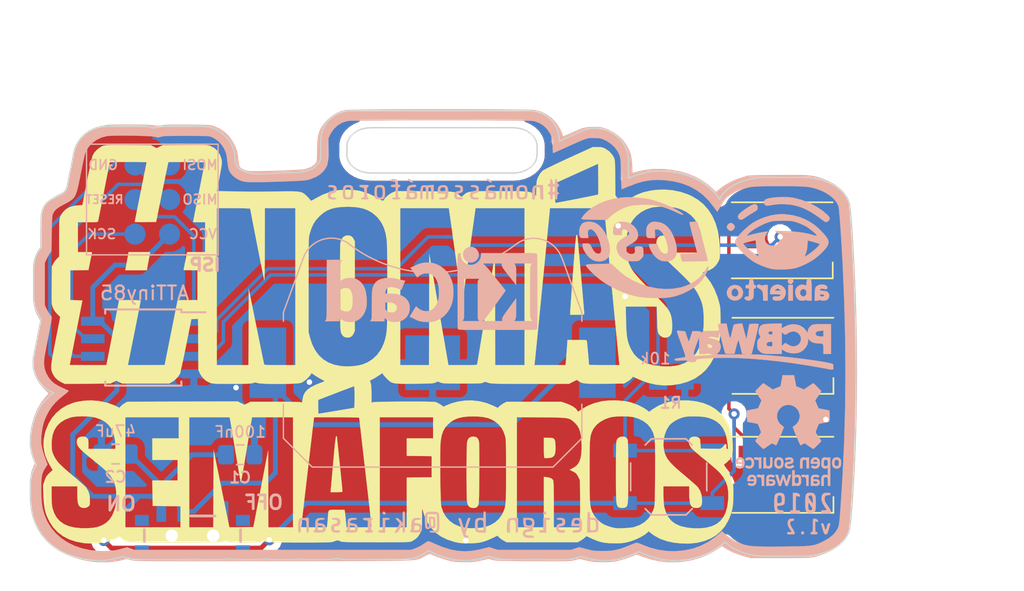
<source format=kicad_pcb>
(kicad_pcb (version 20171130) (host pcbnew 5.0.2+dfsg1-1)
  (layers (0 F.Cu signal) (31 B.Cu signal) (34 B.Paste user) (35 F.Paste user) (36 B.SilkS user) (37 F.SilkS user hide) (38 B.Mask user) (39 F.Mask user hide) (44 Edge.Cuts user))
  (net 0 "")
  (net 1 GND)
  (net 2 "Net-(D1-Pad2)")
  (net 3 "Net-(D2-Pad2)")
  (net 4 PB4)
  (net 5 +3V3)
  (net 6 "Net-(SW2-Pad3)")
  (net 7 RESET)
  (net 8 PB3)
  (net 9 PB0)
  (net 10 PB1)
  (net 11 PB2)
  (net 12 "Net-(D3-Pad2)")
  (net 13 +5V)
  (module NOMAS:nomassemaforos_v8 (layer F.Cu) (at 147.61 101.07)
    (fp_text reference Ref** hide)
    (fp_text value Val** hide)
    (fp_line (start -5.182785 -14.961386) (end -5.182785 -14.961386) (layer Edge.Cuts) (width 0.1))
    (fp_line (start -5.182785 -14.961386) (end -5.182785 -14.961386) (layer Edge.Cuts) (width 0.1))
    (fp_line (start -5.529678 -14.934196) (end -5.182785 -14.961386) (layer Edge.Cuts) (width 0.1))
    (fp_line (start -5.852384 -14.856176) (end -5.529678 -14.934196) (layer Edge.Cuts) (width 0.1))
    (fp_line (start -6.144102 -14.732639) (end -5.852384 -14.856176) (layer Edge.Cuts) (width 0.1))
    (fp_line (start -6.398032 -14.568909) (end -6.144102 -14.732639) (layer Edge.Cuts) (width 0.1))
    (fp_line (start -6.607372 -14.370303) (end -6.398032 -14.568909) (layer Edge.Cuts) (width 0.1))
    (fp_line (start -6.693192 -14.259585) (end -6.607372 -14.370303) (layer Edge.Cuts) (width 0.1))
    (fp_line (start -6.765312 -14.142142) (end -6.693192 -14.259585) (layer Edge.Cuts) (width 0.1))
    (fp_line (start -6.822892 -14.018641) (end -6.765312 -14.142142) (layer Edge.Cuts) (width 0.1))
    (fp_line (start -6.865072 -13.889745) (end -6.822892 -14.018641) (layer Edge.Cuts) (width 0.1))
    (fp_line (start -6.891002 -13.75612) (end -6.865072 -13.889745) (layer Edge.Cuts) (width 0.1))
    (fp_line (start -6.899802 -13.618431) (end -6.891002 -13.75612) (layer Edge.Cuts) (width 0.1))
    (fp_line (start -6.899802 -13.028119) (end -6.899802 -13.618431) (layer Edge.Cuts) (width 0.1))
    (fp_line (start -6.891002 -12.89043) (end -6.899802 -13.028119) (layer Edge.Cuts) (width 0.1))
    (fp_line (start -6.865072 -12.756805) (end -6.891002 -12.89043) (layer Edge.Cuts) (width 0.1))
    (fp_line (start -6.822892 -12.627909) (end -6.865072 -12.756805) (layer Edge.Cuts) (width 0.1))
    (fp_line (start -6.765312 -12.504408) (end -6.822892 -12.627909) (layer Edge.Cuts) (width 0.1))
    (fp_line (start -6.693192 -12.386966) (end -6.765312 -12.504408) (layer Edge.Cuts) (width 0.1))
    (fp_line (start -6.607372 -12.276247) (end -6.693192 -12.386966) (layer Edge.Cuts) (width 0.1))
    (fp_line (start -6.398032 -12.077642) (end -6.607372 -12.276247) (layer Edge.Cuts) (width 0.1))
    (fp_line (start -6.144102 -11.913911) (end -6.398032 -12.077642) (layer Edge.Cuts) (width 0.1))
    (fp_line (start -5.852384 -11.790375) (end -6.144102 -11.913911) (layer Edge.Cuts) (width 0.1))
    (fp_line (start -5.529678 -11.712355) (end -5.852384 -11.790375) (layer Edge.Cuts) (width 0.1))
    (fp_line (start -5.182785 -11.685165) (end -5.529678 -11.712355) (layer Edge.Cuts) (width 0.1))
    (fp_line (start 5.117123 -11.685165) (end -5.182785 -11.685165) (layer Edge.Cuts) (width 0.1))
    (fp_line (start 5.464015 -11.712355) (end 5.117123 -11.685165) (layer Edge.Cuts) (width 0.1))
    (fp_line (start 5.786721 -11.790375) (end 5.464015 -11.712355) (layer Edge.Cuts) (width 0.1))
    (fp_line (start 6.07844 -11.913911) (end 5.786721 -11.790375) (layer Edge.Cuts) (width 0.1))
    (fp_line (start 6.332369 -12.077642) (end 6.07844 -11.913911) (layer Edge.Cuts) (width 0.1))
    (fp_line (start 6.541709 -12.276247) (end 6.332369 -12.077642) (layer Edge.Cuts) (width 0.1))
    (fp_line (start 6.627529 -12.386966) (end 6.541709 -12.276247) (layer Edge.Cuts) (width 0.1))
    (fp_line (start 6.699649 -12.504408) (end 6.627529 -12.386966) (layer Edge.Cuts) (width 0.1))
    (fp_line (start 6.757229 -12.627909) (end 6.699649 -12.504408) (layer Edge.Cuts) (width 0.1))
    (fp_line (start 6.799409 -12.756805) (end 6.757229 -12.627909) (layer Edge.Cuts) (width 0.1))
    (fp_line (start 6.825339 -12.89043) (end 6.799409 -12.756805) (layer Edge.Cuts) (width 0.1))
    (fp_line (start 6.834139 -13.028119) (end 6.825339 -12.89043) (layer Edge.Cuts) (width 0.1))
    (fp_line (start 6.834139 -13.618431) (end 6.834139 -13.028119) (layer Edge.Cuts) (width 0.1))
    (fp_line (start 6.825339 -13.75612) (end 6.834139 -13.618431) (layer Edge.Cuts) (width 0.1))
    (fp_line (start 6.799409 -13.889745) (end 6.825339 -13.75612) (layer Edge.Cuts) (width 0.1))
    (fp_line (start 6.757229 -14.018641) (end 6.799409 -13.889745) (layer Edge.Cuts) (width 0.1))
    (fp_line (start 6.699649 -14.142142) (end 6.757229 -14.018641) (layer Edge.Cuts) (width 0.1))
    (fp_line (start 6.627529 -14.259585) (end 6.699649 -14.142142) (layer Edge.Cuts) (width 0.1))
    (fp_line (start 6.541709 -14.370303) (end 6.627529 -14.259585) (layer Edge.Cuts) (width 0.1))
    (fp_line (start 6.332369 -14.568909) (end 6.541709 -14.370303) (layer Edge.Cuts) (width 0.1))
    (fp_line (start 6.07844 -14.732639) (end 6.332369 -14.568909) (layer Edge.Cuts) (width 0.1))
    (fp_line (start 5.786721 -14.856176) (end 6.07844 -14.732639) (layer Edge.Cuts) (width 0.1))
    (fp_line (start 5.464015 -14.934196) (end 5.786721 -14.856176) (layer Edge.Cuts) (width 0.1))
    (fp_line (start 5.117123 -14.961386) (end 5.464015 -14.934196) (layer Edge.Cuts) (width 0.1))
    (fp_line (start -5.182785 -14.961386) (end 5.117123 -14.961386) (layer Edge.Cuts) (width 0.1))
    (fp_line (start -6.634921 -16.179944) (end -6.634921 -16.179997) (layer Edge.Cuts) (width 0.1))
    (fp_line (start 6.290449 -16.179944) (end -6.634921 -16.179944) (layer Edge.Cuts) (width 0.1))
    (fp_line (start 6.401656 -16.177144) (end 6.290449 -16.179944) (layer Edge.Cuts) (width 0.1))
    (fp_line (start 6.511368 -16.168844) (end 6.401656 -16.177144) (layer Edge.Cuts) (width 0.1))
    (fp_line (start 6.61945 -16.155194) (end 6.511368 -16.168844) (layer Edge.Cuts) (width 0.1))
    (fp_line (start 6.72577 -16.136314) (end 6.61945 -16.155194) (layer Edge.Cuts) (width 0.1))
    (fp_line (start 6.830193 -16.112334) (end 6.72577 -16.136314) (layer Edge.Cuts) (width 0.1))
    (fp_line (start 6.932587 -16.083394) (end 6.830193 -16.112334) (layer Edge.Cuts) (width 0.1))
    (fp_line (start 7.032819 -16.049624) (end 6.932587 -16.083394) (layer Edge.Cuts) (width 0.1))
    (fp_line (start 7.130749 -16.011164) (end 7.032819 -16.049624) (layer Edge.Cuts) (width 0.1))
    (fp_line (start 7.226249 -15.968134) (end 7.130749 -16.011164) (layer Edge.Cuts) (width 0.1))
    (fp_line (start 7.319189 -15.920674) (end 7.226249 -15.968134) (layer Edge.Cuts) (width 0.1))
    (fp_line (start 7.409429 -15.868924) (end 7.319189 -15.920674) (layer Edge.Cuts) (width 0.1))
    (fp_line (start 7.496849 -15.813004) (end 7.409429 -15.868924) (layer Edge.Cuts) (width 0.1))
    (fp_line (start 7.581299 -15.753054) (end 7.496849 -15.813004) (layer Edge.Cuts) (width 0.1))
    (fp_line (start 7.662659 -15.689214) (end 7.581299 -15.753054) (layer Edge.Cuts) (width 0.1))
    (fp_line (start 7.740779 -15.621604) (end 7.662659 -15.689214) (layer Edge.Cuts) (width 0.1))
    (fp_line (start 7.815539 -15.550364) (end 7.740779 -15.621604) (layer Edge.Cuts) (width 0.1))
    (fp_line (start 7.886799 -15.475624) (end 7.815539 -15.550364) (layer Edge.Cuts) (width 0.1))
    (fp_line (start 7.954429 -15.397524) (end 7.886799 -15.475624) (layer Edge.Cuts) (width 0.1))
    (fp_line (start 8.018299 -15.316194) (end 7.954429 -15.397524) (layer Edge.Cuts) (width 0.1))
    (fp_line (start 8.078269 -15.231764) (end 8.018299 -15.316194) (layer Edge.Cuts) (width 0.1))
    (fp_line (start 8.134209 -15.144374) (end 8.078269 -15.231764) (layer Edge.Cuts) (width 0.1))
    (fp_line (start 8.185989 -15.054154) (end 8.134209 -15.144374) (layer Edge.Cuts) (width 0.1))
    (fp_line (start 8.233469 -14.961234) (end 8.185989 -15.054154) (layer Edge.Cuts) (width 0.1))
    (fp_line (start 8.276509 -14.865744) (end 8.233469 -14.961234) (layer Edge.Cuts) (width 0.1))
    (fp_line (start 8.314989 -14.767824) (end 8.276509 -14.865744) (layer Edge.Cuts) (width 0.1))
    (fp_line (start 8.348769 -14.667609) (end 8.314989 -14.767824) (layer Edge.Cuts) (width 0.1))
    (fp_line (start 8.377719 -14.565229) (end 8.348769 -14.667609) (layer Edge.Cuts) (width 0.1))
    (fp_line (start 8.401719 -14.460817) (end 8.377719 -14.565229) (layer Edge.Cuts) (width 0.1))
    (fp_line (start 8.420609 -14.354507) (end 8.401719 -14.460817) (layer Edge.Cuts) (width 0.1))
    (fp_line (start 8.434259 -14.246431) (end 8.420609 -14.354507) (layer Edge.Cuts) (width 0.1))
    (fp_line (start 8.442559 -14.136724) (end 8.434259 -14.246431) (layer Edge.Cuts) (width 0.1))
    (fp_line (start 8.445359 -14.025518) (end 8.442559 -14.136724) (layer Edge.Cuts) (width 0.1))
    (fp_line (start 8.445359 -13.984178) (end 8.445359 -14.025518) (layer Edge.Cuts) (width 0.1))
    (fp_line (start 10.02304 -14.700413) (end 8.445359 -13.984178) (layer Edge.Cuts) (width 0.1))
    (fp_line (start 10.173098 -14.762903) (end 10.02304 -14.700413) (layer Edge.Cuts) (width 0.1))
    (fp_line (start 10.324101 -14.814663) (end 10.173098 -14.762903) (layer Edge.Cuts) (width 0.1))
    (fp_line (start 10.475678 -14.855923) (end 10.324101 -14.814663) (layer Edge.Cuts) (width 0.1))
    (fp_line (start 10.627449 -14.886923) (end 10.475678 -14.855923) (layer Edge.Cuts) (width 0.1))
    (fp_line (start 10.779042 -14.907903) (end 10.627449 -14.886923) (layer Edge.Cuts) (width 0.1))
    (fp_line (start 10.930082 -14.919093) (end 10.779042 -14.907903) (layer Edge.Cuts) (width 0.1))
    (fp_line (start 11.080196 -14.920693) (end 10.930082 -14.919093) (layer Edge.Cuts) (width 0.1))
    (fp_line (start 11.229005 -14.912993) (end 11.080196 -14.920693) (layer Edge.Cuts) (width 0.1))
    (fp_line (start 11.376143 -14.896233) (end 11.229005 -14.912993) (layer Edge.Cuts) (width 0.1))
    (fp_line (start 11.521227 -14.870633) (end 11.376143 -14.896233) (layer Edge.Cuts) (width 0.1))
    (fp_line (start 11.663885 -14.836423) (end 11.521227 -14.870633) (layer Edge.Cuts) (width 0.1))
    (fp_line (start 11.803744 -14.793843) (end 11.663885 -14.836423) (layer Edge.Cuts) (width 0.1))
    (fp_line (start 11.94043 -14.743123) (end 11.803744 -14.793843) (layer Edge.Cuts) (width 0.1))
    (fp_line (start 12.073569 -14.684513) (end 11.94043 -14.743123) (layer Edge.Cuts) (width 0.1))
    (fp_line (start 12.202781 -14.618233) (end 12.073569 -14.684513) (layer Edge.Cuts) (width 0.1))
    (fp_line (start 12.327696 -14.544533) (end 12.202781 -14.618233) (layer Edge.Cuts) (width 0.1))
    (fp_line (start 12.447941 -14.463643) (end 12.327696 -14.544533) (layer Edge.Cuts) (width 0.1))
    (fp_line (start 12.563138 -14.375793) (end 12.447941 -14.463643) (layer Edge.Cuts) (width 0.1))
    (fp_line (start 12.672913 -14.281233) (end 12.563138 -14.375793) (layer Edge.Cuts) (width 0.1))
    (fp_line (start 12.776895 -14.180186) (end 12.672913 -14.281233) (layer Edge.Cuts) (width 0.1))
    (fp_line (start 12.874705 -14.072894) (end 12.776895 -14.180186) (layer Edge.Cuts) (width 0.1))
    (fp_line (start 12.965965 -13.959593) (end 12.874705 -14.072894) (layer Edge.Cuts) (width 0.1))
    (fp_line (start 13.050315 -13.840519) (end 12.965965 -13.959593) (layer Edge.Cuts) (width 0.1))
    (fp_line (start 13.127365 -13.715908) (end 13.050315 -13.840519) (layer Edge.Cuts) (width 0.1))
    (fp_line (start 13.196745 -13.585996) (end 13.127365 -13.715908) (layer Edge.Cuts) (width 0.1))
    (fp_line (start 13.258085 -13.451019) (end 13.196745 -13.585996) (layer Edge.Cuts) (width 0.1))
    (fp_line (start 13.311005 -13.311214) (end 13.258085 -13.451019) (layer Edge.Cuts) (width 0.1))
    (fp_line (start 13.355135 -13.166817) (end 13.311005 -13.311214) (layer Edge.Cuts) (width 0.1))
    (fp_line (start 13.390105 -13.018064) (end 13.355135 -13.166817) (layer Edge.Cuts) (width 0.1))
    (fp_line (start 13.415535 -12.865191) (end 13.390105 -13.018064) (layer Edge.Cuts) (width 0.1))
    (fp_line (start 13.431035 -12.708435) (end 13.415535 -12.865191) (layer Edge.Cuts) (width 0.1))
    (fp_line (start 13.436235 -12.548031) (end 13.431035 -12.708435) (layer Edge.Cuts) (width 0.1))
    (fp_line (start 13.436235 -11.309864) (end 13.436235 -12.548031) (layer Edge.Cuts) (width 0.1))
    (fp_line (start 13.707949 -11.423682) (end 13.436235 -11.309864) (layer Edge.Cuts) (width 0.1))
    (fp_line (start 13.983447 -11.524887) (end 13.707949 -11.423682) (layer Edge.Cuts) (width 0.1))
    (fp_line (start 14.261918 -11.612687) (end 13.983447 -11.524887) (layer Edge.Cuts) (width 0.1))
    (fp_line (start 14.542559 -11.686297) (end 14.261918 -11.612687) (layer Edge.Cuts) (width 0.1))
    (fp_line (start 14.824565 -11.744927) (end 14.542559 -11.686297) (layer Edge.Cuts) (width 0.1))
    (fp_line (start 14.965829 -11.768377) (end 14.824565 -11.744927) (layer Edge.Cuts) (width 0.1))
    (fp_line (start 15.107132 -11.787787) (end 14.965829 -11.768377) (layer Edge.Cuts) (width 0.1))
    (fp_line (start 15.248375 -11.803057) (end 15.107132 -11.787787) (layer Edge.Cuts) (width 0.1))
    (fp_line (start 15.389456 -11.814087) (end 15.248375 -11.803057) (layer Edge.Cuts) (width 0.1))
    (fp_line (start 15.530272 -11.820787) (end 15.389456 -11.814087) (layer Edge.Cuts) (width 0.1))
    (fp_line (start 15.670726 -11.822987) (end 15.530272 -11.820787) (layer Edge.Cuts) (width 0.1))
    (fp_line (start 15.946766 -11.817587) (end 15.670726 -11.822987) (layer Edge.Cuts) (width 0.1))
    (fp_line (start 16.224983 -11.800977) (end 15.946766 -11.817587) (layer Edge.Cuts) (width 0.1))
    (fp_line (start 16.50433 -11.772737) (end 16.224983 -11.800977) (layer Edge.Cuts) (width 0.1))
    (fp_line (start 16.783762 -11.732427) (end 16.50433 -11.772737) (layer Edge.Cuts) (width 0.1))
    (fp_line (start 17.062234 -11.679597) (end 16.783762 -11.732427) (layer Edge.Cuts) (width 0.1))
    (fp_line (start 17.338697 -11.613797) (end 17.062234 -11.679597) (layer Edge.Cuts) (width 0.1))
    (fp_line (start 17.612109 -11.534577) (end 17.338697 -11.613797) (layer Edge.Cuts) (width 0.1))
    (fp_line (start 17.881426 -11.441487) (end 17.612109 -11.534577) (layer Edge.Cuts) (width 0.1))
    (fp_line (start 18.145599 -11.334076) (end 17.881426 -11.441487) (layer Edge.Cuts) (width 0.1))
    (fp_line (start 18.27543 -11.274866) (end 18.145599 -11.334076) (layer Edge.Cuts) (width 0.1))
    (fp_line (start 18.403584 -11.211906) (end 18.27543 -11.274866) (layer Edge.Cuts) (width 0.1))
    (fp_line (start 18.529928 -11.145136) (end 18.403584 -11.211906) (layer Edge.Cuts) (width 0.1))
    (fp_line (start 18.654332 -11.074506) (end 18.529928 -11.145136) (layer Edge.Cuts) (width 0.1))
    (fp_line (start 18.776667 -10.999956) (end 18.654332 -11.074506) (layer Edge.Cuts) (width 0.1))
    (fp_line (start 18.896804 -10.921436) (end 18.776667 -10.999956) (layer Edge.Cuts) (width 0.1))
    (fp_line (start 19.014607 -10.838886) (end 18.896804 -10.921436) (layer Edge.Cuts) (width 0.1))
    (fp_line (start 19.12995 -10.752256) (end 19.014607 -10.838886) (layer Edge.Cuts) (width 0.1))
    (fp_line (start 19.242699 -10.661486) (end 19.12995 -10.752256) (layer Edge.Cuts) (width 0.1))
    (fp_line (start 19.352723 -10.566516) (end 19.242699 -10.661486) (layer Edge.Cuts) (width 0.1))
    (fp_line (start 19.459896 -10.467296) (end 19.352723 -10.566516) (layer Edge.Cuts) (width 0.1))
    (fp_line (start 19.564083 -10.363763) (end 19.459896 -10.467296) (layer Edge.Cuts) (width 0.1))
    (fp_line (start 19.665157 -10.255865) (end 19.564083 -10.363763) (layer Edge.Cuts) (width 0.1))
    (fp_line (start 19.762977 -10.143545) (end 19.665157 -10.255865) (layer Edge.Cuts) (width 0.1))
    (fp_line (start 19.897221 -9.975809) (end 19.762977 -10.143545) (layer Edge.Cuts) (width 0.1))
    (fp_line (start 20.021877 -9.805064) (end 19.897221 -9.975809) (layer Edge.Cuts) (width 0.1))
    (fp_line (start 20.065587 -9.889504) (end 20.021877 -9.805064) (layer Edge.Cuts) (width 0.1))
    (fp_line (start 20.114217 -9.972384) (end 20.065587 -9.889504) (layer Edge.Cuts) (width 0.1))
    (fp_line (start 20.167657 -10.053634) (end 20.114217 -9.972384) (layer Edge.Cuts) (width 0.1))
    (fp_line (start 20.225787 -10.133174) (end 20.167657 -10.053634) (layer Edge.Cuts) (width 0.1))
    (fp_line (start 20.288497 -10.210934) (end 20.225787 -10.133174) (layer Edge.Cuts) (width 0.1))
    (fp_line (start 20.355667 -10.286834) (end 20.288497 -10.210934) (layer Edge.Cuts) (width 0.1))
    (fp_line (start 20.427197 -10.360804) (end 20.355667 -10.286834) (layer Edge.Cuts) (width 0.1))
    (fp_line (start 20.502967 -10.432774) (end 20.427197 -10.360804) (layer Edge.Cuts) (width 0.1))
    (fp_line (start 20.582867 -10.502674) (end 20.502967 -10.432774) (layer Edge.Cuts) (width 0.1))
    (fp_line (start 20.666777 -10.570424) (end 20.582867 -10.502674) (layer Edge.Cuts) (width 0.1))
    (fp_line (start 20.754597 -10.635954) (end 20.666777 -10.570424) (layer Edge.Cuts) (width 0.1))
    (fp_line (start 20.846207 -10.699184) (end 20.754597 -10.635954) (layer Edge.Cuts) (width 0.1))
    (fp_line (start 21.040348 -10.818475) (end 20.846207 -10.699184) (layer Edge.Cuts) (width 0.1))
    (fp_line (start 21.248305 -10.927704) (end 21.040348 -10.818475) (layer Edge.Cuts) (width 0.1))
    (fp_line (start 21.46918 -11.026284) (end 21.248305 -10.927704) (layer Edge.Cuts) (width 0.1))
    (fp_line (start 21.702066 -11.113624) (end 21.46918 -11.026284) (layer Edge.Cuts) (width 0.1))
    (fp_line (start 21.946067 -11.189144) (end 21.702066 -11.113624) (layer Edge.Cuts) (width 0.1))
    (fp_line (start 22.200281 -11.252254) (end 21.946067 -11.189144) (layer Edge.Cuts) (width 0.1))
    (fp_line (start 22.463809 -11.302364) (end 22.200281 -11.252254) (layer Edge.Cuts) (width 0.1))
    (fp_line (start 22.735753 -11.338884) (end 22.463809 -11.302364) (layer Edge.Cuts) (width 0.1))
    (fp_line (start 23.015209 -11.361224) (end 22.735753 -11.338884) (layer Edge.Cuts) (width 0.1))
    (fp_line (start 23.301276 -11.368824) (end 23.015209 -11.361224) (layer Edge.Cuts) (width 0.1))
    (fp_line (start 25.980182 -11.368824) (end 23.301276 -11.368824) (layer Edge.Cuts) (width 0.1))
    (fp_line (start 26.157705 -11.365924) (end 25.980182 -11.368824) (layer Edge.Cuts) (width 0.1))
    (fp_line (start 26.332835 -11.357324) (end 26.157705 -11.365924) (layer Edge.Cuts) (width 0.1))
    (fp_line (start 26.505364 -11.343104) (end 26.332835 -11.357324) (layer Edge.Cuts) (width 0.1))
    (fp_line (start 26.675079 -11.323434) (end 26.505364 -11.343104) (layer Edge.Cuts) (width 0.1))
    (fp_line (start 26.841764 -11.298454) (end 26.675079 -11.323434) (layer Edge.Cuts) (width 0.1))
    (fp_line (start 27.005207 -11.268304) (end 26.841764 -11.298454) (layer Edge.Cuts) (width 0.1))
    (fp_line (start 27.165198 -11.233124) (end 27.005207 -11.268304) (layer Edge.Cuts) (width 0.1))
    (fp_line (start 27.321522 -11.193054) (end 27.165198 -11.233124) (layer Edge.Cuts) (width 0.1))
    (fp_line (start 27.473964 -11.148224) (end 27.321522 -11.193054) (layer Edge.Cuts) (width 0.1))
    (fp_line (start 27.622316 -11.098784) (end 27.473964 -11.148224) (layer Edge.Cuts) (width 0.1))
    (fp_line (start 27.766361 -11.044864) (end 27.622316 -11.098784) (layer Edge.Cuts) (width 0.1))
    (fp_line (start 27.905889 -10.986614) (end 27.766361 -11.044864) (layer Edge.Cuts) (width 0.1))
    (fp_line (start 28.040683 -10.924164) (end 27.905889 -10.986614) (layer Edge.Cuts) (width 0.1))
    (fp_line (start 28.170536 -10.857654) (end 28.040683 -10.924164) (layer Edge.Cuts) (width 0.1))
    (fp_line (start 28.295231 -10.787224) (end 28.170536 -10.857654) (layer Edge.Cuts) (width 0.1))
    (fp_line (start 28.414555 -10.713014) (end 28.295231 -10.787224) (layer Edge.Cuts) (width 0.1))
    (fp_line (start 28.528297 -10.635154) (end 28.414555 -10.713014) (layer Edge.Cuts) (width 0.1))
    (fp_line (start 28.636245 -10.553794) (end 28.528297 -10.635154) (layer Edge.Cuts) (width 0.1))
    (fp_line (start 28.738183 -10.469064) (end 28.636245 -10.553794) (layer Edge.Cuts) (width 0.1))
    (fp_line (start 28.833903 -10.381114) (end 28.738183 -10.469064) (layer Edge.Cuts) (width 0.1))
    (fp_line (start 28.923183 -10.290074) (end 28.833903 -10.381114) (layer Edge.Cuts) (width 0.1))
    (fp_line (start 29.005823 -10.196084) (end 28.923183 -10.290074) (layer Edge.Cuts) (width 0.1))
    (fp_line (start 29.081603 -10.099284) (end 29.005823 -10.196084) (layer Edge.Cuts) (width 0.1))
    (fp_line (start 29.150303 -9.999814) (end 29.081603 -10.099284) (layer Edge.Cuts) (width 0.1))
    (fp_line (start 29.211723 -9.897813) (end 29.150303 -9.999814) (layer Edge.Cuts) (width 0.1))
    (fp_line (start 29.265643 -9.793419) (end 29.211723 -9.897813) (layer Edge.Cuts) (width 0.1))
    (fp_line (start 29.311853 -9.686771) (end 29.265643 -9.793419) (layer Edge.Cuts) (width 0.1))
    (fp_line (start 29.350133 -9.578008) (end 29.311853 -9.686771) (layer Edge.Cuts) (width 0.1))
    (fp_line (start 29.380283 -9.467268) (end 29.350133 -9.578008) (layer Edge.Cuts) (width 0.1))
    (fp_line (start 29.402083 -9.354691) (end 29.380283 -9.467268) (layer Edge.Cuts) (width 0.1))
    (fp_line (start 29.415313 -9.240416) (end 29.402083 -9.354691) (layer Edge.Cuts) (width 0.1))
    (fp_line (start 29.419813 -9.12458) (end 29.415313 -9.240416) (layer Edge.Cuts) (width 0.1))
    (fp_line (start 29.601059 -6.303951) (end 29.419813 -9.12458) (layer Edge.Cuts) (width 0.1))
    (fp_line (start 29.738879 -3.473672) (end 29.601059 -6.303951) (layer Edge.Cuts) (width 0.1))
    (fp_line (start 29.829089 -0.632814) (end 29.738879 -3.473672) (layer Edge.Cuts) (width 0.1))
    (fp_line (start 29.867519 2.219551) (end 29.829089 -0.632814) (layer Edge.Cuts) (width 0.1))
    (fp_line (start 29.849989 5.084353) (end 29.867519 2.219551) (layer Edge.Cuts) (width 0.1))
    (fp_line (start 29.818929 6.521708) (end 29.849989 5.084353) (layer Edge.Cuts) (width 0.1))
    (fp_line (start 29.772309 7.96252) (end 29.818929 6.521708) (layer Edge.Cuts) (width 0.1))
    (fp_line (start 29.709609 9.406906) (end 29.772309 7.96252) (layer Edge.Cuts) (width 0.1))
    (fp_line (start 29.630309 10.854981) (end 29.709609 9.406906) (layer Edge.Cuts) (width 0.1))
    (fp_line (start 29.533889 12.306862) (end 29.630309 10.854981) (layer Edge.Cuts) (width 0.1))
    (fp_line (start 29.419815 13.762664) (end 29.533889 12.306862) (layer Edge.Cuts) (width 0.1))
    (fp_line (start 29.415315 13.878499) (end 29.419815 13.762664) (layer Edge.Cuts) (width 0.1))
    (fp_line (start 29.402085 13.992775) (end 29.415315 13.878499) (layer Edge.Cuts) (width 0.1))
    (fp_line (start 29.380285 14.105352) (end 29.402085 13.992775) (layer Edge.Cuts) (width 0.1))
    (fp_line (start 29.350135 14.216091) (end 29.380285 14.105352) (layer Edge.Cuts) (width 0.1))
    (fp_line (start 29.311855 14.324853) (end 29.350135 14.216091) (layer Edge.Cuts) (width 0.1))
    (fp_line (start 29.265645 14.431502) (end 29.311855 14.324853) (layer Edge.Cuts) (width 0.1))
    (fp_line (start 29.211725 14.535896) (end 29.265645 14.431502) (layer Edge.Cuts) (width 0.1))
    (fp_line (start 29.150305 14.637898) (end 29.211725 14.535896) (layer Edge.Cuts) (width 0.1))
    (fp_line (start 29.081605 14.737368) (end 29.150305 14.637898) (layer Edge.Cuts) (width 0.1))
    (fp_line (start 29.005825 14.834168) (end 29.081605 14.737368) (layer Edge.Cuts) (width 0.1))
    (fp_line (start 28.923185 14.928158) (end 29.005825 14.834168) (layer Edge.Cuts) (width 0.1))
    (fp_line (start 28.833905 15.019198) (end 28.923185 14.928158) (layer Edge.Cuts) (width 0.1))
    (fp_line (start 28.738185 15.107148) (end 28.833905 15.019198) (layer Edge.Cuts) (width 0.1))
    (fp_line (start 28.636247 15.191878) (end 28.738185 15.107148) (layer Edge.Cuts) (width 0.1))
    (fp_line (start 28.528299 15.273238) (end 28.636247 15.191878) (layer Edge.Cuts) (width 0.1))
    (fp_line (start 28.414557 15.351098) (end 28.528299 15.273238) (layer Edge.Cuts) (width 0.1))
    (fp_line (start 28.295233 15.425308) (end 28.414557 15.351098) (layer Edge.Cuts) (width 0.1))
    (fp_line (start 28.170538 15.495738) (end 28.295233 15.425308) (layer Edge.Cuts) (width 0.1))
    (fp_line (start 28.040685 15.562248) (end 28.170538 15.495738) (layer Edge.Cuts) (width 0.1))
    (fp_line (start 27.905891 15.624698) (end 28.040685 15.562248) (layer Edge.Cuts) (width 0.1))
    (fp_line (start 27.766363 15.682958) (end 27.905891 15.624698) (layer Edge.Cuts) (width 0.1))
    (fp_line (start 27.622318 15.736878) (end 27.766363 15.682958) (layer Edge.Cuts) (width 0.1))
    (fp_line (start 27.473966 15.786318) (end 27.622318 15.736878) (layer Edge.Cuts) (width 0.1))
    (fp_line (start 27.321524 15.831148) (end 27.473966 15.786318) (layer Edge.Cuts) (width 0.1))
    (fp_line (start 27.1652 15.871218) (end 27.321524 15.831148) (layer Edge.Cuts) (width 0.1))
    (fp_line (start 27.005209 15.906398) (end 27.1652 15.871218) (layer Edge.Cuts) (width 0.1))
    (fp_line (start 26.841766 15.936548) (end 27.005209 15.906398) (layer Edge.Cuts) (width 0.1))
    (fp_line (start 26.675081 15.961528) (end 26.841766 15.936548) (layer Edge.Cuts) (width 0.1))
    (fp_line (start 26.505366 15.981188) (end 26.675081 15.961528) (layer Edge.Cuts) (width 0.1))
    (fp_line (start 26.332837 15.995418) (end 26.505366 15.981188) (layer Edge.Cuts) (width 0.1))
    (fp_line (start 26.157707 16.004018) (end 26.332837 15.995418) (layer Edge.Cuts) (width 0.1))
    (fp_line (start 25.980184 16.006918) (end 26.157707 16.004018) (layer Edge.Cuts) (width 0.1))
    (fp_line (start 23.301278 16.006918) (end 25.980184 16.006918) (layer Edge.Cuts) (width 0.1))
    (fp_line (start 23.074903 16.002218) (end 23.301278 16.006918) (layer Edge.Cuts) (width 0.1))
    (fp_line (start 22.852574 15.988168) (end 23.074903 16.002218) (layer Edge.Cuts) (width 0.1))
    (fp_line (start 22.634724 15.965118) (end 22.852574 15.988168) (layer Edge.Cuts) (width 0.1))
    (fp_line (start 22.421793 15.933358) (end 22.634724 15.965118) (layer Edge.Cuts) (width 0.1))
    (fp_line (start 22.214219 15.893168) (end 22.421793 15.933358) (layer Edge.Cuts) (width 0.1))
    (fp_line (start 22.012437 15.844848) (end 22.214219 15.893168) (layer Edge.Cuts) (width 0.1))
    (fp_line (start 21.816886 15.788698) (end 22.012437 15.844848) (layer Edge.Cuts) (width 0.1))
    (fp_line (start 21.628003 15.724998) (end 21.816886 15.788698) (layer Edge.Cuts) (width 0.1))
    (fp_line (start 21.446224 15.654038) (end 21.628003 15.724998) (layer Edge.Cuts) (width 0.1))
    (fp_line (start 21.27199 15.576108) (end 21.446224 15.654038) (layer Edge.Cuts) (width 0.1))
    (fp_line (start 21.105734 15.491508) (end 21.27199 15.576108) (layer Edge.Cuts) (width 0.1))
    (fp_line (start 20.947897 15.400528) (end 21.105734 15.491508) (layer Edge.Cuts) (width 0.1))
    (fp_line (start 20.798913 15.303448) (end 20.947897 15.400528) (layer Edge.Cuts) (width 0.1))
    (fp_line (start 20.659223 15.200573) (end 20.798913 15.303448) (layer Edge.Cuts) (width 0.1))
    (fp_line (start 20.52926 15.092192) (end 20.659223 15.200573) (layer Edge.Cuts) (width 0.1))
    (fp_line (start 20.409464 14.97859) (end 20.52926 15.092192) (layer Edge.Cuts) (width 0.1))
    (fp_line (start 20.318914 15.06413) (end 20.409464 14.97859) (layer Edge.Cuts) (width 0.1))
    (fp_line (start 20.225424 15.1467) (end 20.318914 15.06413) (layer Edge.Cuts) (width 0.1))
    (fp_line (start 20.129144 15.22633) (end 20.225424 15.1467) (layer Edge.Cuts) (width 0.1))
    (fp_line (start 20.030214 15.30303) (end 20.129144 15.22633) (layer Edge.Cuts) (width 0.1))
    (fp_line (start 19.825038 15.447705) (end 20.030214 15.30303) (layer Edge.Cuts) (width 0.1))
    (fp_line (start 19.611082 15.580853) (end 19.825038 15.447705) (layer Edge.Cuts) (width 0.1))
    (fp_line (start 19.389536 15.702609) (end 19.611082 15.580853) (layer Edge.Cuts) (width 0.1))
    (fp_line (start 19.161597 15.813099) (end 19.389536 15.702609) (layer Edge.Cuts) (width 0.1))
    (fp_line (start 18.928455 15.912449) (end 19.161597 15.813099) (layer Edge.Cuts) (width 0.1))
    (fp_line (start 18.691298 16.000799) (end 18.928455 15.912449) (layer Edge.Cuts) (width 0.1))
    (fp_line (start 18.451321 16.078269) (end 18.691298 16.000799) (layer Edge.Cuts) (width 0.1))
    (fp_line (start 18.209717 16.144989) (end 18.451321 16.078269) (layer Edge.Cuts) (width 0.1))
    (fp_line (start 17.967676 16.201089) (end 18.209717 16.144989) (layer Edge.Cuts) (width 0.1))
    (fp_line (start 17.726389 16.246699) (end 17.967676 16.201089) (layer Edge.Cuts) (width 0.1))
    (fp_line (start 17.48705 16.281949) (end 17.726389 16.246699) (layer Edge.Cuts) (width 0.1))
    (fp_line (start 17.250848 16.306979) (end 17.48705 16.281949) (layer Edge.Cuts) (width 0.1))
    (fp_line (start 17.018978 16.321899) (end 17.250848 16.306979) (layer Edge.Cuts) (width 0.1))
    (fp_line (start 16.792629 16.326799) (end 17.018978 16.321899) (layer Edge.Cuts) (width 0.1))
    (fp_line (start 16.632856 16.323999) (end 16.792629 16.326799) (layer Edge.Cuts) (width 0.1))
    (fp_line (start 16.47183 16.315699) (end 16.632856 16.323999) (layer Edge.Cuts) (width 0.1))
    (fp_line (start 16.309715 16.302019) (end 16.47183 16.315699) (layer Edge.Cuts) (width 0.1))
    (fp_line (start 16.146681 16.283049) (end 16.309715 16.302019) (layer Edge.Cuts) (width 0.1))
    (fp_line (start 15.982896 16.258949) (end 16.146681 16.283049) (layer Edge.Cuts) (width 0.1))
    (fp_line (start 15.818524 16.229829) (end 15.982896 16.258949) (layer Edge.Cuts) (width 0.1))
    (fp_line (start 15.653733 16.195809) (end 15.818524 16.229829) (layer Edge.Cuts) (width 0.1))
    (fp_line (start 15.488691 16.156999) (end 15.653733 16.195809) (layer Edge.Cuts) (width 0.1))
    (fp_line (start 15.323565 16.113539) (end 15.488691 16.156999) (layer Edge.Cuts) (width 0.1))
    (fp_line (start 15.158523 16.065539) (end 15.323565 16.113539) (layer Edge.Cuts) (width 0.1))
    (fp_line (start 14.993727 16.013129) (end 15.158523 16.065539) (layer Edge.Cuts) (width 0.1))
    (fp_line (start 14.829352 15.956419) (end 14.993727 16.013129) (layer Edge.Cuts) (width 0.1))
    (fp_line (start 14.665559 15.895549) (end 14.829352 15.956419) (layer Edge.Cuts) (width 0.1))
    (fp_line (start 14.502515 15.830629) (end 14.665559 15.895549) (layer Edge.Cuts) (width 0.1))
    (fp_line (start 14.179353 15.689122) (end 14.502515 15.830629) (layer Edge.Cuts) (width 0.1))
    (fp_line (start 13.87622 15.825994) (end 14.179353 15.689122) (layer Edge.Cuts) (width 0.1))
    (fp_line (start 13.568772 15.949615) (end 13.87622 15.825994) (layer Edge.Cuts) (width 0.1))
    (fp_line (start 13.258278 16.058446) (end 13.568772 15.949615) (layer Edge.Cuts) (width 0.1))
    (fp_line (start 13.102285 16.106836) (end 13.258278 16.058446) (layer Edge.Cuts) (width 0.1))
    (fp_line (start 12.946009 16.150946) (end 13.102285 16.106836) (layer Edge.Cuts) (width 0.1))
    (fp_line (start 12.789603 16.190596) (end 12.946009 16.150946) (layer Edge.Cuts) (width 0.1))
    (fp_line (start 12.633231 16.225576) (end 12.789603 16.190596) (layer Edge.Cuts) (width 0.1))
    (fp_line (start 12.47705 16.255706) (end 12.633231 16.225576) (layer Edge.Cuts) (width 0.1))
    (fp_line (start 12.321219 16.280786) (end 12.47705 16.255706) (layer Edge.Cuts) (width 0.1))
    (fp_line (start 12.165898 16.300626) (end 12.321219 16.280786) (layer Edge.Cuts) (width 0.1))
    (fp_line (start 12.011241 16.315046) (end 12.165898 16.300626) (layer Edge.Cuts) (width 0.1))
    (fp_line (start 11.857412 16.323846) (end 12.011241 16.315046) (layer Edge.Cuts) (width 0.1))
    (fp_line (start 11.704568 16.326846) (end 11.857412 16.323846) (layer Edge.Cuts) (width 0.1))
    (fp_line (start 11.496653 16.320846) (end 11.704568 16.326846) (layer Edge.Cuts) (width 0.1))
    (fp_line (start 11.285351 16.303706) (end 11.496653 16.320846) (layer Edge.Cuts) (width 0.1))
    (fp_line (start 11.071396 16.276436) (end 11.285351 16.303706) (layer Edge.Cuts) (width 0.1))
    (fp_line (start 10.855512 16.240066) (end 11.071396 16.276436) (layer Edge.Cuts) (width 0.1))
    (fp_line (start 10.638437 16.195636) (end 10.855512 16.240066) (layer Edge.Cuts) (width 0.1))
    (fp_line (start 10.420899 16.144196) (end 10.638437 16.195636) (layer Edge.Cuts) (width 0.1))
    (fp_line (start 10.203631 16.086796) (end 10.420899 16.144196) (layer Edge.Cuts) (width 0.1))
    (fp_line (start 9.987361 16.024476) (end 10.203631 16.086796) (layer Edge.Cuts) (width 0.1))
    (fp_line (start 9.849053 16.076716) (end 9.987361 16.024476) (layer Edge.Cuts) (width 0.1))
    (fp_line (start 9.708085 16.122256) (end 9.849053 16.076716) (layer Edge.Cuts) (width 0.1))
    (fp_line (start 9.564776 16.161036) (end 9.708085 16.122256) (layer Edge.Cuts) (width 0.1))
    (fp_line (start 9.419438 16.192986) (end 9.564776 16.161036) (layer Edge.Cuts) (width 0.1))
    (fp_line (start 9.272388 16.218046) (end 9.419438 16.192986) (layer Edge.Cuts) (width 0.1))
    (fp_line (start 9.123941 16.236166) (end 9.272388 16.218046) (layer Edge.Cuts) (width 0.1))
    (fp_line (start 8.974414 16.247276) (end 9.123941 16.236166) (layer Edge.Cuts) (width 0.1))
    (fp_line (start 8.824123 16.251276) (end 8.974414 16.247276) (layer Edge.Cuts) (width 0.1))
    (fp_line (start 7.063509 16.251276) (end 8.824123 16.251276) (layer Edge.Cuts) (width 0.1))
    (fp_line (start 6.896747 16.244776) (end 7.063509 16.251276) (layer Edge.Cuts) (width 0.1))
    (fp_line (start 6.730711 16.229566) (end 6.896747 16.244776) (layer Edge.Cuts) (width 0.1))
    (fp_line (start 6.557197 16.245226) (end 6.730711 16.229566) (layer Edge.Cuts) (width 0.1))
    (fp_line (start 6.382929 16.251226) (end 6.557197 16.245226) (layer Edge.Cuts) (width 0.1))
    (fp_line (start 4.558235 16.251226) (end 6.382929 16.251226) (layer Edge.Cuts) (width 0.1))
    (fp_line (start 4.404542 16.247126) (end 4.558235 16.251226) (layer Edge.Cuts) (width 0.1))
    (fp_line (start 4.25165 16.235616) (end 4.404542 16.247126) (layer Edge.Cuts) (width 0.1))
    (fp_line (start 4.0999 16.216776) (end 4.25165 16.235616) (layer Edge.Cuts) (width 0.1))
    (fp_line (start 3.949633 16.190686) (end 4.0999 16.216776) (layer Edge.Cuts) (width 0.1))
    (fp_line (start 3.801191 16.157406) (end 3.949633 16.190686) (layer Edge.Cuts) (width 0.1))
    (fp_line (start 3.654908 16.116996) (end 3.801191 16.157406) (layer Edge.Cuts) (width 0.1))
    (fp_line (start 3.511128 16.069526) (end 3.654908 16.116996) (layer Edge.Cuts) (width 0.1))
    (fp_line (start 3.370193 16.015066) (end 3.511128 16.069526) (layer Edge.Cuts) (width 0.1))
    (fp_line (start 3.148747 16.080486) (end 3.370193 16.015066) (layer Edge.Cuts) (width 0.1))
    (fp_line (start 2.926124 16.140206) (end 3.148747 16.080486) (layer Edge.Cuts) (width 0.1))
    (fp_line (start 2.703104 16.193296) (end 2.926124 16.140206) (layer Edge.Cuts) (width 0.1))
    (fp_line (start 2.480476 16.238826) (end 2.703104 16.193296) (layer Edge.Cuts) (width 0.1))
    (fp_line (start 2.259025 16.275866) (end 2.480476 16.238826) (layer Edge.Cuts) (width 0.1))
    (fp_line (start 2.039534 16.303476) (end 2.259025 16.275866) (layer Edge.Cuts) (width 0.1))
    (fp_line (start 1.82279 16.320726) (end 2.039534 16.303476) (layer Edge.Cuts) (width 0.1))
    (fp_line (start 1.609579 16.326726) (end 1.82279 16.320726) (layer Edge.Cuts) (width 0.1))
    (fp_line (start 1.446722 16.323326) (end 1.609579 16.326726) (layer Edge.Cuts) (width 0.1))
    (fp_line (start 1.282826 16.313326) (end 1.446722 16.323326) (layer Edge.Cuts) (width 0.1))
    (fp_line (start 1.118086 16.296896) (end 1.282826 16.313326) (layer Edge.Cuts) (width 0.1))
    (fp_line (start 0.95269 16.274296) (end 1.118086 16.296896) (layer Edge.Cuts) (width 0.1))
    (fp_line (start 0.786838 16.245726) (end 0.95269 16.274296) (layer Edge.Cuts) (width 0.1))
    (fp_line (start 0.62072 16.211406) (end 0.786838 16.245726) (layer Edge.Cuts) (width 0.1))
    (fp_line (start 0.454529 16.171566) (end 0.62072 16.211406) (layer Edge.Cuts) (width 0.1))
    (fp_line (start 0.288461 16.126416) (end 0.454529 16.171566) (layer Edge.Cuts) (width 0.1))
    (fp_line (start 0.122708 16.076186) (end 0.288461 16.126416) (layer Edge.Cuts) (width 0.1))
    (fp_line (start -0.042535 16.021086) (end 0.122708 16.076186) (layer Edge.Cuts) (width 0.1))
    (fp_line (start -0.20708 15.961346) (end -0.042535 16.021086) (layer Edge.Cuts) (width 0.1))
    (fp_line (start -0.370724 15.897176) (end -0.20708 15.961346) (layer Edge.Cuts) (width 0.1))
    (fp_line (start -0.533282 15.828806) (end -0.370724 15.897176) (layer Edge.Cuts) (width 0.1))
    (fp_line (start -0.694556 15.756456) (end -0.533282 15.828806) (layer Edge.Cuts) (width 0.1))
    (fp_line (start -1.012485 15.600677) (end -0.694556 15.756456) (layer Edge.Cuts) (width 0.1))
    (fp_line (start -1.111245 15.676747) (end -1.012485 15.600677) (layer Edge.Cuts) (width 0.1))
    (fp_line (start -1.213485 15.748407) (end -1.111245 15.676747) (layer Edge.Cuts) (width 0.1))
    (fp_line (start -1.319006 15.815587) (end -1.213485 15.748407) (layer Edge.Cuts) (width 0.1))
    (fp_line (start -1.427625 15.878227) (end -1.319006 15.815587) (layer Edge.Cuts) (width 0.1))
    (fp_line (start -1.539145 15.936257) (end -1.427625 15.878227) (layer Edge.Cuts) (width 0.1))
    (fp_line (start -1.653376 15.989607) (end -1.539145 15.936257) (layer Edge.Cuts) (width 0.1))
    (fp_line (start -1.770128 16.038207) (end -1.653376 15.989607) (layer Edge.Cuts) (width 0.1))
    (fp_line (start -1.889212 16.081997) (end -1.770128 16.038207) (layer Edge.Cuts) (width 0.1))
    (fp_line (start -2.010434 16.120917) (end -1.889212 16.081997) (layer Edge.Cuts) (width 0.1))
    (fp_line (start -2.133602 16.154897) (end -2.010434 16.120917) (layer Edge.Cuts) (width 0.1))
    (fp_line (start -2.258526 16.183867) (end -2.133602 16.154897) (layer Edge.Cuts) (width 0.1))
    (fp_line (start -2.385018 16.207757) (end -2.258526 16.183867) (layer Edge.Cuts) (width 0.1))
    (fp_line (start -2.51288 16.226517) (end -2.385018 16.207757) (layer Edge.Cuts) (width 0.1))
    (fp_line (start -2.641928 16.240067) (end -2.51288 16.226517) (layer Edge.Cuts) (width 0.1))
    (fp_line (start -2.771968 16.248367) (end -2.641928 16.240067) (layer Edge.Cuts) (width 0.1))
    (fp_line (start -2.902807 16.251267) (end -2.771968 16.248367) (layer Edge.Cuts) (width 0.1))
    (fp_line (start -4.718201 16.251267) (end -2.902807 16.251267) (layer Edge.Cuts) (width 0.1))
    (fp_line (start -4.845483 16.247567) (end -4.718201 16.251267) (layer Edge.Cuts) (width 0.1))
    (fp_line (start -4.972449 16.238767) (end -4.845483 16.247567) (layer Edge.Cuts) (width 0.1))
    (fp_line (start -4.974549 16.238767) (end -4.972449 16.238767) (layer Edge.Cuts) (width 0.1))
    (fp_line (start -5.115194 16.248067) (end -4.974549 16.238767) (layer Edge.Cuts) (width 0.1))
    (fp_line (start -5.256186 16.251167) (end -5.115194 16.248067) (layer Edge.Cuts) (width 0.1))
    (fp_line (start -6.964608 16.251167) (end -5.256186 16.251167) (layer Edge.Cuts) (width 0.1))
    (fp_line (start -7.131307 16.245967) (end -6.964608 16.251167) (layer Edge.Cuts) (width 0.1))
    (fp_line (start -7.297259 16.232047) (end -7.131307 16.245967) (layer Edge.Cuts) (width 0.1))
    (fp_line (start -7.461992 16.209477) (end -7.297259 16.232047) (layer Edge.Cuts) (width 0.1))
    (fp_line (start -7.625033 16.178287) (end -7.461992 16.209477) (layer Edge.Cuts) (width 0.1))
    (fp_line (start -7.787995 16.209477) (end -7.625033 16.178287) (layer Edge.Cuts) (width 0.1))
    (fp_line (start -7.95255 16.232077) (end -7.787995 16.209477) (layer Edge.Cuts) (width 0.1))
    (fp_line (start -8.118324 16.245997) (end -7.95255 16.232077) (layer Edge.Cuts) (width 0.1))
    (fp_line (start -8.284941 16.251197) (end -8.118324 16.245997) (layer Edge.Cuts) (width 0.1))
    (fp_line (start -10.035739 16.251197) (end -8.284941 16.251197) (layer Edge.Cuts) (width 0.1))
    (fp_line (start -10.169258 16.246797) (end -10.035739 16.251197) (layer Edge.Cuts) (width 0.1))
    (fp_line (start -10.302389 16.236737) (end -10.169258 16.246797) (layer Edge.Cuts) (width 0.1))
    (fp_line (start -10.447131 16.247267) (end -10.302389 16.236737) (layer Edge.Cuts) (width 0.1))
    (fp_line (start -10.592294 16.251167) (end -10.447131 16.247267) (layer Edge.Cuts) (width 0.1))
    (fp_line (start -12.238705 16.251167) (end -10.592294 16.251167) (layer Edge.Cuts) (width 0.1))
    (fp_line (start -12.368897 16.248167) (end -12.238705 16.251167) (layer Edge.Cuts) (width 0.1))
    (fp_line (start -12.498751 16.239867) (end -12.368897 16.248167) (layer Edge.Cuts) (width 0.1))
    (fp_line (start -12.628031 16.226217) (end -12.498751 16.239867) (layer Edge.Cuts) (width 0.1))
    (fp_line (start -12.756503 16.207297) (end -12.628031 16.226217) (layer Edge.Cuts) (width 0.1))
    (fp_line (start -12.885367 16.226297) (end -12.756503 16.207297) (layer Edge.Cuts) (width 0.1))
    (fp_line (start -13.015026 16.239977) (end -12.885367 16.226297) (layer Edge.Cuts) (width 0.1))
    (fp_line (start -13.14526 16.248277) (end -13.015026 16.239977) (layer Edge.Cuts) (width 0.1))
    (fp_line (start -13.275851 16.251177) (end -13.14526 16.248277) (layer Edge.Cuts) (width 0.1))
    (fp_line (start -14.891771 16.251177) (end -13.275851 16.251177) (layer Edge.Cuts) (width 0.1))
    (fp_line (start -15.029745 16.247877) (end -14.891771 16.251177) (layer Edge.Cuts) (width 0.1))
    (fp_line (start -15.167273 16.238577) (end -15.029745 16.247877) (layer Edge.Cuts) (width 0.1))
    (fp_line (start -15.304122 16.223307) (end -15.167273 16.238577) (layer Edge.Cuts) (width 0.1))
    (fp_line (start -15.440058 16.202117) (end -15.304122 16.223307) (layer Edge.Cuts) (width 0.1))
    (fp_line (start -15.576989 16.223447) (end -15.440058 16.202117) (layer Edge.Cuts) (width 0.1))
    (fp_line (start -15.7149 16.238737) (end -15.576989 16.223447) (layer Edge.Cuts) (width 0.1))
    (fp_line (start -15.853494 16.248037) (end -15.7149 16.238737) (layer Edge.Cuts) (width 0.1))
    (fp_line (start -15.992479 16.251237) (end -15.853494 16.248037) (layer Edge.Cuts) (width 0.1))
    (fp_line (start -17.616669 16.251237) (end -15.992479 16.251237) (layer Edge.Cuts) (width 0.1))
    (fp_line (start -17.76082 16.246537) (end -17.616669 16.251237) (layer Edge.Cuts) (width 0.1))
    (fp_line (start -17.904507 16.235267) (end -17.76082 16.246537) (layer Edge.Cuts) (width 0.1))
    (fp_line (start -18.059544 16.247067) (end -17.904507 16.235267) (layer Edge.Cuts) (width 0.1))
    (fp_line (start -18.215082 16.251267) (end -18.059544 16.247067) (layer Edge.Cuts) (width 0.1))
    (fp_line (start -21.937335 16.251267) (end -18.215082 16.251267) (layer Edge.Cuts) (width 0.1))
    (fp_line (start -22.084724 16.247367) (end -21.937335 16.251267) (layer Edge.Cuts) (width 0.1))
    (fp_line (start -22.231369 16.236707) (end -22.084724 16.247367) (layer Edge.Cuts) (width 0.1))
    (fp_line (start -22.376981 16.219327) (end -22.231369 16.236707) (layer Edge.Cuts) (width 0.1))
    (fp_line (start -22.52127 16.195247) (end -22.376981 16.219327) (layer Edge.Cuts) (width 0.1))
    (fp_line (start -22.663944 16.164527) (end -22.52127 16.195247) (layer Edge.Cuts) (width 0.1))
    (fp_line (start -22.804715 16.127237) (end -22.663944 16.164527) (layer Edge.Cuts) (width 0.1))
    (fp_line (start -22.943292 16.083427) (end -22.804715 16.127237) (layer Edge.Cuts) (width 0.1))
    (fp_line (start -23.079384 16.033157) (end -22.943292 16.083427) (layer Edge.Cuts) (width 0.1))
    (fp_line (start -23.475755 16.140403) (end -23.079384 16.033157) (layer Edge.Cuts) (width 0.1))
    (fp_line (start -23.673723 16.189973) (end -23.475755 16.140403) (layer Edge.Cuts) (width 0.1))
    (fp_line (start -23.87054 16.234483) (end -23.673723 16.189973) (layer Edge.Cuts) (width 0.1))
    (fp_line (start -24.065453 16.272173) (end -23.87054 16.234483) (layer Edge.Cuts) (width 0.1))
    (fp_line (start -24.257708 16.301273) (end -24.065453 16.272173) (layer Edge.Cuts) (width 0.1))
    (fp_line (start -24.446551 16.320033) (end -24.257708 16.301273) (layer Edge.Cuts) (width 0.1))
    (fp_line (start -24.631227 16.326633) (end -24.446551 16.320033) (layer Edge.Cuts) (width 0.1))
    (fp_line (start -24.874512 16.322833) (end -24.631227 16.326633) (layer Edge.Cuts) (width 0.1))
    (fp_line (start -25.122333 16.310923) (end -24.874512 16.322833) (layer Edge.Cuts) (width 0.1))
    (fp_line (start -25.373675 16.290313) (end -25.122333 16.310923) (layer Edge.Cuts) (width 0.1))
    (fp_line (start -25.627517 16.260423) (end -25.373675 16.290313) (layer Edge.Cuts) (width 0.1))
    (fp_line (start -25.882843 16.220643) (end -25.627517 16.260423) (layer Edge.Cuts) (width 0.1))
    (fp_line (start -26.138635 16.170373) (end -25.882843 16.220643) (layer Edge.Cuts) (width 0.1))
    (fp_line (start -26.393874 16.109003) (end -26.138635 16.170373) (layer Edge.Cuts) (width 0.1))
    (fp_line (start -26.647542 16.035933) (end -26.393874 16.109003) (layer Edge.Cuts) (width 0.1))
    (fp_line (start -26.898621 15.950563) (end -26.647542 16.035933) (layer Edge.Cuts) (width 0.1))
    (fp_line (start -27.146093 15.852283) (end -26.898621 15.950563) (layer Edge.Cuts) (width 0.1))
    (fp_line (start -27.388941 15.740494) (end -27.146093 15.852283) (layer Edge.Cuts) (width 0.1))
    (fp_line (start -27.626146 15.614589) (end -27.388941 15.740494) (layer Edge.Cuts) (width 0.1))
    (fp_line (start -27.742314 15.546159) (end -27.626146 15.614589) (layer Edge.Cuts) (width 0.1))
    (fp_line (start -27.85669 15.473969) (end -27.742314 15.546159) (layer Edge.Cuts) (width 0.1))
    (fp_line (start -27.969145 15.397949) (end -27.85669 15.473969) (layer Edge.Cuts) (width 0.1))
    (fp_line (start -28.079554 15.318029) (end -27.969145 15.397949) (layer Edge.Cuts) (width 0.1))
    (fp_line (start -28.187789 15.234129) (end -28.079554 15.318029) (layer Edge.Cuts) (width 0.1))
    (fp_line (start -28.293722 15.146169) (end -28.187789 15.234129) (layer Edge.Cuts) (width 0.1))
    (fp_line (start -28.397226 15.054079) (end -28.293722 15.146169) (layer Edge.Cuts) (width 0.1))
    (fp_line (start -28.498175 14.957779) (end -28.397226 15.054079) (layer Edge.Cuts) (width 0.1))
    (fp_line (start -28.59442 14.859749) (end -28.498175 14.957779) (layer Edge.Cuts) (width 0.1))
    (fp_line (start -28.685863 14.760689) (end -28.59442 14.859749) (layer Edge.Cuts) (width 0.1))
    (fp_line (start -28.772618 14.660653) (end -28.685863 14.760689) (layer Edge.Cuts) (width 0.1))
    (fp_line (start -28.854799 14.559688) (end -28.772618 14.660653) (layer Edge.Cuts) (width 0.1))
    (fp_line (start -28.932521 14.457844) (end -28.854799 14.559688) (layer Edge.Cuts) (width 0.1))
    (fp_line (start -29.005899 14.35517) (end -28.932521 14.457844) (layer Edge.Cuts) (width 0.1))
    (fp_line (start -29.14008 14.147533) (end -29.005899 14.35517) (layer Edge.Cuts) (width 0.1))
    (fp_line (start -29.258259 13.937176) (end -29.14008 14.147533) (layer Edge.Cuts) (width 0.1))
    (fp_line (start -29.361353 13.724502) (end -29.258259 13.937176) (layer Edge.Cuts) (width 0.1))
    (fp_line (start -29.450278 13.509906) (end -29.361353 13.724502) (layer Edge.Cuts) (width 0.1))
    (fp_line (start -29.52595 13.293789) (end -29.450278 13.509906) (layer Edge.Cuts) (width 0.1))
    (fp_line (start -29.589287 13.076548) (end -29.52595 13.293789) (layer Edge.Cuts) (width 0.1))
    (fp_line (start -29.641205 12.858584) (end -29.589287 13.076548) (layer Edge.Cuts) (width 0.1))
    (fp_line (start -29.68262 12.640297) (end -29.641205 12.858584) (layer Edge.Cuts) (width 0.1))
    (fp_line (start -29.71445 12.422087) (end -29.68262 12.640297) (layer Edge.Cuts) (width 0.1))
    (fp_line (start -29.737611 12.204351) (end -29.71445 12.422087) (layer Edge.Cuts) (width 0.1))
    (fp_line (start -29.75302 11.987488) (end -29.737611 12.204351) (layer Edge.Cuts) (width 0.1))
    (fp_line (start -29.761593 11.7719) (end -29.75302 11.987488) (layer Edge.Cuts) (width 0.1))
    (fp_line (start -29.764247 11.557982) (end -29.761593 11.7719) (layer Edge.Cuts) (width 0.1))
    (fp_line (start -29.764247 10.777151) (end -29.764247 11.557982) (layer Edge.Cuts) (width 0.1))
    (fp_line (start -29.75717 10.60266) (end -29.764247 10.777151) (layer Edge.Cuts) (width 0.1))
    (fp_line (start -29.736456 10.429668) (end -29.75717 10.60266) (layer Edge.Cuts) (width 0.1))
    (fp_line (start -29.702294 10.258786) (end -29.736456 10.429668) (layer Edge.Cuts) (width 0.1))
    (fp_line (start -29.654873 10.090622) (end -29.702294 10.258786) (layer Edge.Cuts) (width 0.1))
    (fp_line (start -29.594381 9.925786) (end -29.654873 10.090622) (layer Edge.Cuts) (width 0.1))
    (fp_line (start -29.521007 9.764886) (end -29.594381 9.925786) (layer Edge.Cuts) (width 0.1))
    (fp_line (start -29.434939 9.608533) (end -29.521007 9.764886) (layer Edge.Cuts) (width 0.1))
    (fp_line (start -29.336367 9.457335) (end -29.434939 9.608533) (layer Edge.Cuts) (width 0.1))
    (fp_line (start -29.422888 9.256973) (end -29.336367 9.457335) (layer Edge.Cuts) (width 0.1))
    (fp_line (start -29.503341 9.054465) (end -29.422888 9.256973) (layer Edge.Cuts) (width 0.1))
    (fp_line (start -29.57604 8.84986) (end -29.503341 9.054465) (layer Edge.Cuts) (width 0.1))
    (fp_line (start -29.639301 8.643202) (end -29.57604 8.84986) (layer Edge.Cuts) (width 0.1))
    (fp_line (start -29.691437 8.434537) (end -29.639301 8.643202) (layer Edge.Cuts) (width 0.1))
    (fp_line (start -29.730764 8.223913) (end -29.691437 8.434537) (layer Edge.Cuts) (width 0.1))
    (fp_line (start -29.755596 8.011376) (end -29.730764 8.223913) (layer Edge.Cuts) (width 0.1))
    (fp_line (start -29.76205 7.904404) (end -29.755596 8.011376) (layer Edge.Cuts) (width 0.1))
    (fp_line (start -29.764249 7.796971) (end -29.76205 7.904404) (layer Edge.Cuts) (width 0.1))
    (fp_line (start -29.760842 7.596543) (end -29.764249 7.796971) (layer Edge.Cuts) (width 0.1))
    (fp_line (start -29.750256 7.393787) (end -29.760842 7.596543) (layer Edge.Cuts) (width 0.1))
    (fp_line (start -29.731937 7.189219) (end -29.750256 7.393787) (layer Edge.Cuts) (width 0.1))
    (fp_line (start -29.705337 6.983359) (end -29.731937 7.189219) (layer Edge.Cuts) (width 0.1))
    (fp_line (start -29.669903 6.776724) (end -29.705337 6.983359) (layer Edge.Cuts) (width 0.1))
    (fp_line (start -29.625085 6.569832) (end -29.669903 6.776724) (layer Edge.Cuts) (width 0.1))
    (fp_line (start -29.570331 6.363202) (end -29.625085 6.569832) (layer Edge.Cuts) (width 0.1))
    (fp_line (start -29.50509 6.157351) (end -29.570331 6.363202) (layer Edge.Cuts) (width 0.1))
    (fp_line (start -29.428812 5.952798) (end -29.50509 6.157351) (layer Edge.Cuts) (width 0.1))
    (fp_line (start -29.340945 5.750061) (end -29.428812 5.952798) (layer Edge.Cuts) (width 0.1))
    (fp_line (start -29.240938 5.549658) (end -29.340945 5.750061) (layer Edge.Cuts) (width 0.1))
    (fp_line (start -29.12824 5.352106) (end -29.240938 5.549658) (layer Edge.Cuts) (width 0.1))
    (fp_line (start -29.0023 5.157925) (end -29.12824 5.352106) (layer Edge.Cuts) (width 0.1))
    (fp_line (start -28.862567 4.967632) (end -29.0023 5.157925) (layer Edge.Cuts) (width 0.1))
    (fp_line (start -28.70849 4.781746) (end -28.862567 4.967632) (layer Edge.Cuts) (width 0.1))
    (fp_line (start -28.539518 4.600784) (end -28.70849 4.781746) (layer Edge.Cuts) (width 0.1))
    (fp_line (start -28.537448 4.597184) (end -28.539518 4.600784) (layer Edge.Cuts) (width 0.1))
    (fp_line (start -28.430309 4.494004) (end -28.537448 4.597184) (layer Edge.Cuts) (width 0.1))
    (fp_line (start -28.318679 4.395294) (end -28.430309 4.494004) (layer Edge.Cuts) (width 0.1))
    (fp_line (start -28.203004 4.300764) (end -28.318679 4.395294) (layer Edge.Cuts) (width 0.1))
    (fp_line (start -28.083729 4.210124) (end -28.203004 4.300764) (layer Edge.Cuts) (width 0.1))
    (fp_line (start -28.18124 4.167804) (end -28.083729 4.210124) (layer Edge.Cuts) (width 0.1))
    (fp_line (start -28.276034 4.121684) (end -28.18124 4.167804) (layer Edge.Cuts) (width 0.1))
    (fp_line (start -28.368045 4.071874) (end -28.276034 4.121684) (layer Edge.Cuts) (width 0.1))
    (fp_line (start -28.457206 4.018504) (end -28.368045 4.071874) (layer Edge.Cuts) (width 0.1))
    (fp_line (start -28.54345 3.961694) (end -28.457206 4.018504) (layer Edge.Cuts) (width 0.1))
    (fp_line (start -28.62671 3.901564) (end -28.54345 3.961694) (layer Edge.Cuts) (width 0.1))
    (fp_line (start -28.706919 3.838244) (end -28.62671 3.901564) (layer Edge.Cuts) (width 0.1))
    (fp_line (start -28.784011 3.771844) (end -28.706919 3.838244) (layer Edge.Cuts) (width 0.1))
    (fp_line (start -28.857918 3.702494) (end -28.784011 3.771844) (layer Edge.Cuts) (width 0.1))
    (fp_line (start -28.928573 3.630314) (end -28.857918 3.702494) (layer Edge.Cuts) (width 0.1))
    (fp_line (start -28.99591 3.555434) (end -28.928573 3.630314) (layer Edge.Cuts) (width 0.1))
    (fp_line (start -29.059862 3.477964) (end -28.99591 3.555434) (layer Edge.Cuts) (width 0.1))
    (fp_line (start -29.120362 3.398034) (end -29.059862 3.477964) (layer Edge.Cuts) (width 0.1))
    (fp_line (start -29.177343 3.315764) (end -29.120362 3.398034) (layer Edge.Cuts) (width 0.1))
    (fp_line (start -29.230738 3.231274) (end -29.177343 3.315764) (layer Edge.Cuts) (width 0.1))
    (fp_line (start -29.28048 3.144694) (end -29.230738 3.231274) (layer Edge.Cuts) (width 0.1))
    (fp_line (start -29.326502 3.056134) (end -29.28048 3.144694) (layer Edge.Cuts) (width 0.1))
    (fp_line (start -29.368738 2.965724) (end -29.326502 3.056134) (layer Edge.Cuts) (width 0.1))
    (fp_line (start -29.40712 2.873584) (end -29.368738 2.965724) (layer Edge.Cuts) (width 0.1))
    (fp_line (start -29.441582 2.779844) (end -29.40712 2.873584) (layer Edge.Cuts) (width 0.1))
    (fp_line (start -29.472056 2.684614) (end -29.441582 2.779844) (layer Edge.Cuts) (width 0.1))
    (fp_line (start -29.498476 2.588024) (end -29.472056 2.684614) (layer Edge.Cuts) (width 0.1))
    (fp_line (start -29.520775 2.490194) (end -29.498476 2.588024) (layer Edge.Cuts) (width 0.1))
    (fp_line (start -29.538886 2.391244) (end -29.520775 2.490194) (layer Edge.Cuts) (width 0.1))
    (fp_line (start -29.552742 2.291304) (end -29.538886 2.391244) (layer Edge.Cuts) (width 0.1))
    (fp_line (start -29.562272 2.190488) (end -29.552742 2.291304) (layer Edge.Cuts) (width 0.1))
    (fp_line (start -29.567422 2.088921) (end -29.562272 2.190488) (layer Edge.Cuts) (width 0.1))
    (fp_line (start -29.568112 1.986725) (end -29.567422 2.088921) (layer Edge.Cuts) (width 0.1))
    (fp_line (start -29.564282 1.884023) (end -29.568112 1.986725) (layer Edge.Cuts) (width 0.1))
    (fp_line (start -29.555862 1.780937) (end -29.564282 1.884023) (layer Edge.Cuts) (width 0.1))
    (fp_line (start -29.542785 1.677589) (end -29.555862 1.780937) (layer Edge.Cuts) (width 0.1))
    (fp_line (start -29.524985 1.574101) (end -29.542785 1.677589) (layer Edge.Cuts) (width 0.1))
    (fp_line (start -28.983416 -1.18542) (end -29.524985 1.574101) (layer Edge.Cuts) (width 0.1))
    (fp_line (start -29.047671 -1.2659) (end -28.983416 -1.18542) (layer Edge.Cuts) (width 0.1))
    (fp_line (start -29.108143 -1.34876) (end -29.047671 -1.2659) (layer Edge.Cuts) (width 0.1))
    (fp_line (start -29.164785 -1.43387) (end -29.108143 -1.34876) (layer Edge.Cuts) (width 0.1))
    (fp_line (start -29.217548 -1.5211) (end -29.164785 -1.43387) (layer Edge.Cuts) (width 0.1))
    (fp_line (start -29.266384 -1.61032) (end -29.217548 -1.5211) (layer Edge.Cuts) (width 0.1))
    (fp_line (start -29.311245 -1.70139) (end -29.266384 -1.61032) (layer Edge.Cuts) (width 0.1))
    (fp_line (start -29.352083 -1.79418) (end -29.311245 -1.70139) (layer Edge.Cuts) (width 0.1))
    (fp_line (start -29.38885 -1.88856) (end -29.352083 -1.79418) (layer Edge.Cuts) (width 0.1))
    (fp_line (start -29.421498 -1.9844) (end -29.38885 -1.88856) (layer Edge.Cuts) (width 0.1))
    (fp_line (start -29.449979 -2.08157) (end -29.421498 -1.9844) (layer Edge.Cuts) (width 0.1))
    (fp_line (start -29.474245 -2.17993) (end -29.449979 -2.08157) (layer Edge.Cuts) (width 0.1))
    (fp_line (start -29.494248 -2.27936) (end -29.474245 -2.17993) (layer Edge.Cuts) (width 0.1))
    (fp_line (start -29.50994 -2.379717) (end -29.494248 -2.27936) (layer Edge.Cuts) (width 0.1))
    (fp_line (start -29.521273 -2.480875) (end -29.50994 -2.379717) (layer Edge.Cuts) (width 0.1))
    (fp_line (start -29.528203 -2.582701) (end -29.521273 -2.480875) (layer Edge.Cuts) (width 0.1))
    (fp_line (start -29.530673 -2.685063) (end -29.528203 -2.582701) (layer Edge.Cuts) (width 0.1))
    (fp_line (start -29.530673 -4.821883) (end -29.530673 -2.685063) (layer Edge.Cuts) (width 0.1))
    (fp_line (start -29.528333 -4.923398) (end -29.530673 -4.821883) (layer Edge.Cuts) (width 0.1))
    (fp_line (start -29.521613 -5.024394) (end -29.528333 -4.923398) (layer Edge.Cuts) (width 0.1))
    (fp_line (start -29.510551 -5.124741) (end -29.521613 -5.024394) (layer Edge.Cuts) (width 0.1))
    (fp_line (start -29.495199 -5.224311) (end -29.510551 -5.124741) (layer Edge.Cuts) (width 0.1))
    (fp_line (start -29.475603 -5.322981) (end -29.495199 -5.224311) (layer Edge.Cuts) (width 0.1))
    (fp_line (start -29.451809 -5.420611) (end -29.475603 -5.322981) (layer Edge.Cuts) (width 0.1))
    (fp_line (start -29.423864 -5.517081) (end -29.451809 -5.420611) (layer Edge.Cuts) (width 0.1))
    (fp_line (start -29.391815 -5.612261) (end -29.423864 -5.517081) (layer Edge.Cuts) (width 0.1))
    (fp_line (start -29.355708 -5.706021) (end -29.391815 -5.612261) (layer Edge.Cuts) (width 0.1))
    (fp_line (start -29.315589 -5.798231) (end -29.355708 -5.706021) (layer Edge.Cuts) (width 0.1))
    (fp_line (start -29.271505 -5.888761) (end -29.315589 -5.798231) (layer Edge.Cuts) (width 0.1))
    (fp_line (start -29.223503 -5.977481) (end -29.271505 -5.888761) (layer Edge.Cuts) (width 0.1))
    (fp_line (start -29.171629 -6.064271) (end -29.223503 -5.977481) (layer Edge.Cuts) (width 0.1))
    (fp_line (start -29.11593 -6.148991) (end -29.171629 -6.064271) (layer Edge.Cuts) (width 0.1))
    (fp_line (start -29.056452 -6.231521) (end -29.11593 -6.148991) (layer Edge.Cuts) (width 0.1))
    (fp_line (start -28.993242 -6.311731) (end -29.056452 -6.231521) (layer Edge.Cuts) (width 0.1))
    (fp_line (start -28.993242 -8.30024) (end -28.993242 -6.311731) (layer Edge.Cuts) (width 0.1))
    (fp_line (start -28.983382 -8.477333) (end -28.993242 -8.30024) (layer Edge.Cuts) (width 0.1))
    (fp_line (start -28.96542 -8.639978) (end -28.983382 -8.477333) (layer Edge.Cuts) (width 0.1))
    (fp_line (start -28.93985 -8.788958) (end -28.96542 -8.639978) (layer Edge.Cuts) (width 0.1))
    (fp_line (start -28.907167 -8.92505) (end -28.93985 -8.788958) (layer Edge.Cuts) (width 0.1))
    (fp_line (start -28.867865 -9.049036) (end -28.907167 -8.92505) (layer Edge.Cuts) (width 0.1))
    (fp_line (start -28.82244 -9.161695) (end -28.867865 -9.049036) (layer Edge.Cuts) (width 0.1))
    (fp_line (start -28.771386 -9.263808) (end -28.82244 -9.161695) (layer Edge.Cuts) (width 0.1))
    (fp_line (start -28.715197 -9.356158) (end -28.771386 -9.263808) (layer Edge.Cuts) (width 0.1))
    (fp_line (start -28.654369 -9.439518) (end -28.715197 -9.356158) (layer Edge.Cuts) (width 0.1))
    (fp_line (start -28.589396 -9.514668) (end -28.654369 -9.439518) (layer Edge.Cuts) (width 0.1))
    (fp_line (start -28.520773 -9.582398) (end -28.589396 -9.514668) (layer Edge.Cuts) (width 0.1))
    (fp_line (start -28.448995 -9.643478) (end -28.520773 -9.582398) (layer Edge.Cuts) (width 0.1))
    (fp_line (start -28.374556 -9.698688) (end -28.448995 -9.643478) (layer Edge.Cuts) (width 0.1))
    (fp_line (start -28.297951 -9.748818) (end -28.374556 -9.698688) (layer Edge.Cuts) (width 0.1))
    (fp_line (start -28.140224 -9.836938) (end -28.297951 -9.748818) (layer Edge.Cuts) (width 0.1))
    (fp_line (start -27.97977 -9.914068) (end -28.140224 -9.836938) (layer Edge.Cuts) (width 0.1))
    (fp_line (start -27.820549 -9.986458) (end -27.97977 -9.914068) (layer Edge.Cuts) (width 0.1))
    (fp_line (start -27.666517 -10.060348) (end -27.820549 -9.986458) (layer Edge.Cuts) (width 0.1))
    (fp_line (start -27.592684 -10.099808) (end -27.666517 -10.060348) (layer Edge.Cuts) (width 0.1))
    (fp_line (start -27.521633 -10.141978) (end -27.592684 -10.099808) (layer Edge.Cuts) (width 0.1))
    (fp_line (start -27.453858 -10.187638) (end -27.521633 -10.141978) (layer Edge.Cuts) (width 0.1))
    (fp_line (start -27.389854 -10.237578) (end -27.453858 -10.187638) (layer Edge.Cuts) (width 0.1))
    (fp_line (start -27.330117 -10.292568) (end -27.389854 -10.237578) (layer Edge.Cuts) (width 0.1))
    (fp_line (start -27.27514 -10.353398) (end -27.330117 -10.292568) (layer Edge.Cuts) (width 0.1))
    (fp_line (start -27.225419 -10.420838) (end -27.27514 -10.353398) (layer Edge.Cuts) (width 0.1))
    (fp_line (start -27.181448 -10.495678) (end -27.225419 -10.420838) (layer Edge.Cuts) (width 0.1))
    (fp_line (start -27.143722 -10.578688) (end -27.181448 -10.495678) (layer Edge.Cuts) (width 0.1))
    (fp_line (start -27.112736 -10.670648) (end -27.143722 -10.578688) (layer Edge.Cuts) (width 0.1))
    (fp_line (start -26.625427 -13.138714) (end -27.112736 -10.670648) (layer Edge.Cuts) (width 0.1))
    (fp_line (start -26.602657 -13.242248) (end -26.625427 -13.138714) (layer Edge.Cuts) (width 0.1))
    (fp_line (start -26.57548 -13.343879) (end -26.602657 -13.242248) (layer Edge.Cuts) (width 0.1))
    (fp_line (start -26.544008 -13.443519) (end -26.57548 -13.343879) (layer Edge.Cuts) (width 0.1))
    (fp_line (start -26.508353 -13.541069) (end -26.544008 -13.443519) (layer Edge.Cuts) (width 0.1))
    (fp_line (start -26.468626 -13.636449) (end -26.508353 -13.541069) (layer Edge.Cuts) (width 0.1))
    (fp_line (start -26.424939 -13.729559) (end -26.468626 -13.636449) (layer Edge.Cuts) (width 0.1))
    (fp_line (start -26.377403 -13.820309) (end -26.424939 -13.729559) (layer Edge.Cuts) (width 0.1))
    (fp_line (start -26.32613 -13.908619) (end -26.377403 -13.820309) (layer Edge.Cuts) (width 0.1))
    (fp_line (start -26.271231 -13.994389) (end -26.32613 -13.908619) (layer Edge.Cuts) (width 0.1))
    (fp_line (start -26.212818 -14.077529) (end -26.271231 -13.994389) (layer Edge.Cuts) (width 0.1))
    (fp_line (start -26.151002 -14.157949) (end -26.212818 -14.077529) (layer Edge.Cuts) (width 0.1))
    (fp_line (start -26.085895 -14.235559) (end -26.151002 -14.157949) (layer Edge.Cuts) (width 0.1))
    (fp_line (start -26.017609 -14.310269) (end -26.085895 -14.235559) (layer Edge.Cuts) (width 0.1))
    (fp_line (start -25.946254 -14.381989) (end -26.017609 -14.310269) (layer Edge.Cuts) (width 0.1))
    (fp_line (start -25.871943 -14.450619) (end -25.946254 -14.381989) (layer Edge.Cuts) (width 0.1))
    (fp_line (start -25.794787 -14.516079) (end -25.871943 -14.450619) (layer Edge.Cuts) (width 0.1))
    (fp_line (start -25.714897 -14.578279) (end -25.794787 -14.516079) (layer Edge.Cuts) (width 0.1))
    (fp_line (start -25.632385 -14.637119) (end -25.714897 -14.578279) (layer Edge.Cuts) (width 0.1))
    (fp_line (start -25.547362 -14.692519) (end -25.632385 -14.637119) (layer Edge.Cuts) (width 0.1))
    (fp_line (start -25.45994 -14.744379) (end -25.547362 -14.692519) (layer Edge.Cuts) (width 0.1))
    (fp_line (start -25.37023 -14.792619) (end -25.45994 -14.744379) (layer Edge.Cuts) (width 0.1))
    (fp_line (start -25.278344 -14.837139) (end -25.37023 -14.792619) (layer Edge.Cuts) (width 0.1))
    (fp_line (start -25.184394 -14.877849) (end -25.278344 -14.837139) (layer Edge.Cuts) (width 0.1))
    (fp_line (start -25.088491 -14.914669) (end -25.184394 -14.877849) (layer Edge.Cuts) (width 0.1))
    (fp_line (start -24.990746 -14.947499) (end -25.088491 -14.914669) (layer Edge.Cuts) (width 0.1))
    (fp_line (start -24.891271 -14.976249) (end -24.990746 -14.947499) (layer Edge.Cuts) (width 0.1))
    (fp_line (start -24.790178 -15.000829) (end -24.891271 -14.976249) (layer Edge.Cuts) (width 0.1))
    (fp_line (start -24.687577 -15.021149) (end -24.790178 -15.000829) (layer Edge.Cuts) (width 0.1))
    (fp_line (start -24.583581 -15.037119) (end -24.687577 -15.021149) (layer Edge.Cuts) (width 0.1))
    (fp_line (start -24.478301 -15.048639) (end -24.583581 -15.037119) (layer Edge.Cuts) (width 0.1))
    (fp_line (start -24.371848 -15.055639) (end -24.478301 -15.048639) (layer Edge.Cuts) (width 0.1))
    (fp_line (start -24.264334 -15.058039) (end -24.371848 -15.055639) (layer Edge.Cuts) (width 0.1))
    (fp_line (start -21.596705 -15.058039) (end -24.264334 -15.058039) (layer Edge.Cuts) (width 0.1))
    (fp_line (start -21.497695 -15.055639) (end -21.596705 -15.058039) (layer Edge.Cuts) (width 0.1))
    (fp_line (start -21.398977 -15.049239) (end -21.497695 -15.055639) (layer Edge.Cuts) (width 0.1))
    (fp_line (start -21.30068 -15.038899) (end -21.398977 -15.049239) (layer Edge.Cuts) (width 0.1))
    (fp_line (start -21.202932 -15.024599) (end -21.30068 -15.038899) (layer Edge.Cuts) (width 0.1))
    (fp_line (start -21.105862 -15.006359) (end -21.202932 -15.024599) (layer Edge.Cuts) (width 0.1))
    (fp_line (start -21.009599 -14.984209) (end -21.105862 -15.006359) (layer Edge.Cuts) (width 0.1))
    (fp_line (start -20.914271 -14.958159) (end -21.009599 -14.984209) (layer Edge.Cuts) (width 0.1))
    (fp_line (start -20.820008 -14.928229) (end -20.914271 -14.958159) (layer Edge.Cuts) (width 0.1))
    (fp_line (start -20.725486 -14.958239) (end -20.820008 -14.928229) (layer Edge.Cuts) (width 0.1))
    (fp_line (start -20.629904 -14.984349) (end -20.725486 -14.958239) (layer Edge.Cuts) (width 0.1))
    (fp_line (start -20.533384 -15.006539) (end -20.629904 -14.984349) (layer Edge.Cuts) (width 0.1))
    (fp_line (start -20.436064 -15.024789) (end -20.533384 -15.006539) (layer Edge.Cuts) (width 0.1))
    (fp_line (start -20.338064 -15.039079) (end -20.436064 -15.024789) (layer Edge.Cuts) (width 0.1))
    (fp_line (start -20.239514 -15.049379) (end -20.338064 -15.039079) (layer Edge.Cuts) (width 0.1))
    (fp_line (start -20.140534 -15.055679) (end -20.239514 -15.049379) (layer Edge.Cuts) (width 0.1))
    (fp_line (start -20.041254 -15.057979) (end -20.140534 -15.055679) (layer Edge.Cuts) (width 0.1))
    (fp_line (start -17.392321 -15.057979) (end -20.041254 -15.057979) (layer Edge.Cuts) (width 0.1))
    (fp_line (start -17.251635 -15.054079) (end -17.392321 -15.057979) (layer Edge.Cuts) (width 0.1))
    (fp_line (start -17.113341 -15.042419) (end -17.251635 -15.054079) (layer Edge.Cuts) (width 0.1))
    (fp_line (start -16.977631 -15.023259) (end -17.113341 -15.042419) (layer Edge.Cuts) (width 0.1))
    (fp_line (start -16.844698 -14.996819) (end -16.977631 -15.023259) (layer Edge.Cuts) (width 0.1))
    (fp_line (start -16.714734 -14.963339) (end -16.844698 -14.996819) (layer Edge.Cuts) (width 0.1))
    (fp_line (start -16.587932 -14.923039) (end -16.714734 -14.963339) (layer Edge.Cuts) (width 0.1))
    (fp_line (start -16.464482 -14.876159) (end -16.587932 -14.923039) (layer Edge.Cuts) (width 0.1))
    (fp_line (start -16.344579 -14.822929) (end -16.464482 -14.876159) (layer Edge.Cuts) (width 0.1))
    (fp_line (start -16.228414 -14.763569) (end -16.344579 -14.822929) (layer Edge.Cuts) (width 0.1))
    (fp_line (start -16.116179 -14.698319) (end -16.228414 -14.763569) (layer Edge.Cuts) (width 0.1))
    (fp_line (start -16.008068 -14.627399) (end -16.116179 -14.698319) (layer Edge.Cuts) (width 0.1))
    (fp_line (start -15.904271 -14.551049) (end -16.008068 -14.627399) (layer Edge.Cuts) (width 0.1))
    (fp_line (start -15.804981 -14.469489) (end -15.904271 -14.551049) (layer Edge.Cuts) (width 0.1))
    (fp_line (start -15.710391 -14.382949) (end -15.804981 -14.469489) (layer Edge.Cuts) (width 0.1))
    (fp_line (start -15.620691 -14.291669) (end -15.710391 -14.382949) (layer Edge.Cuts) (width 0.1))
    (fp_line (start -15.536081 -14.195869) (end -15.620691 -14.291669) (layer Edge.Cuts) (width 0.1))
    (fp_line (start -15.456741 -14.095785) (end -15.536081 -14.195869) (layer Edge.Cuts) (width 0.1))
    (fp_line (start -15.382871 -13.991644) (end -15.456741 -14.095785) (layer Edge.Cuts) (width 0.1))
    (fp_line (start -15.314671 -13.883678) (end -15.382871 -13.991644) (layer Edge.Cuts) (width 0.1))
    (fp_line (start -15.252321 -13.772114) (end -15.314671 -13.883678) (layer Edge.Cuts) (width 0.1))
    (fp_line (start -15.196011 -13.657184) (end -15.252321 -13.772114) (layer Edge.Cuts) (width 0.1))
    (fp_line (start -15.145941 -13.539117) (end -15.196011 -13.657184) (layer Edge.Cuts) (width 0.1))
    (fp_line (start -15.102301 -13.418142) (end -15.145941 -13.539117) (layer Edge.Cuts) (width 0.1))
    (fp_line (start -15.065291 -13.294491) (end -15.102301 -13.418142) (layer Edge.Cuts) (width 0.1))
    (fp_line (start -15.035091 -13.168391) (end -15.065291 -13.294491) (layer Edge.Cuts) (width 0.1))
    (fp_line (start -15.011901 -13.040075) (end -15.035091 -13.168391) (layer Edge.Cuts) (width 0.1))
    (fp_line (start -14.995911 -12.90977) (end -15.011901 -13.040075) (layer Edge.Cuts) (width 0.1))
    (fp_line (start -14.987311 -12.777707) (end -14.995911 -12.90977) (layer Edge.Cuts) (width 0.1))
    (fp_line (start -14.986311 -12.644118) (end -14.987311 -12.777707) (layer Edge.Cuts) (width 0.1))
    (fp_line (start -14.960381 -12.471304) (end -14.986311 -12.644118) (layer Edge.Cuts) (width 0.1))
    (fp_line (start -14.920891 -12.322747) (end -14.960381 -12.471304) (layer Edge.Cuts) (width 0.1))
    (fp_line (start -14.863221 -12.194453) (end -14.920891 -12.322747) (layer Edge.Cuts) (width 0.1))
    (fp_line (start -14.782741 -12.082427) (end -14.863221 -12.194453) (layer Edge.Cuts) (width 0.1))
    (fp_line (start -14.674835 -11.982677) (end -14.782741 -12.082427) (layer Edge.Cuts) (width 0.1))
    (fp_line (start -14.534881 -11.891207) (end -14.674835 -11.982677) (layer Edge.Cuts) (width 0.1))
    (fp_line (start -14.35826 -11.804027) (end -14.534881 -11.891207) (layer Edge.Cuts) (width 0.1))
    (fp_line (start -14.140349 -11.717137) (end -14.35826 -11.804027) (layer Edge.Cuts) (width 0.1))
    (fp_line (start -13.907545 -11.667587) (end -14.140349 -11.717137) (layer Edge.Cuts) (width 0.1))
    (fp_line (start -13.642066 -11.632017) (end -13.907545 -11.667587) (layer Edge.Cuts) (width 0.1))
    (fp_line (start -13.360757 -11.614787) (end -13.642066 -11.632017) (layer Edge.Cuts) (width 0.1))
    (fp_line (start -13.080466 -11.620287) (end -13.360757 -11.614787) (layer Edge.Cuts) (width 0.1))
    (fp_line (start -10.850111 -11.717217) (end -13.080466 -11.620287) (layer Edge.Cuts) (width 0.1))
    (fp_line (start -10.662882 -11.709417) (end -10.850111 -11.717217) (layer Edge.Cuts) (width 0.1))
    (fp_line (start -10.403794 -11.726657) (end -10.662882 -11.709417) (layer Edge.Cuts) (width 0.1))
    (fp_line (start -10.130523 -11.761927) (end -10.403794 -11.726657) (layer Edge.Cuts) (width 0.1))
    (fp_line (start -9.854036 -11.821177) (end -10.130523 -11.761927) (layer Edge.Cuts) (width 0.1))
    (fp_line (start -9.585298 -11.910357) (end -9.854036 -11.821177) (layer Edge.Cuts) (width 0.1))
    (fp_line (start -9.335274 -12.035417) (end -9.585298 -11.910357) (layer Edge.Cuts) (width 0.1))
    (fp_line (start -9.114931 -12.202312) (end -9.335274 -12.035417) (layer Edge.Cuts) (width 0.1))
    (fp_line (start -9.019321 -12.303308) (end -9.114931 -12.202312) (layer Edge.Cuts) (width 0.1))
    (fp_line (start -8.935241 -12.416995) (end -9.019321 -12.303308) (layer Edge.Cuts) (width 0.1))
    (fp_line (start -8.864061 -12.544116) (end -8.935241 -12.416995) (layer Edge.Cuts) (width 0.1))
    (fp_line (start -8.807151 -12.685417) (end -8.864061 -12.544116) (layer Edge.Cuts) (width 0.1))
    (fp_line (start -8.787511 -12.978195) (end -8.807151 -12.685417) (layer Edge.Cuts) (width 0.1))
    (fp_line (start -8.789811 -13.078331) (end -8.787511 -12.978195) (layer Edge.Cuts) (width 0.1))
    (fp_line (start -8.789811 -14.02556) (end -8.789811 -13.078331) (layer Edge.Cuts) (width 0.1))
    (fp_line (start -8.787011 -14.136766) (end -8.789811 -14.02556) (layer Edge.Cuts) (width 0.1))
    (fp_line (start -8.778711 -14.246474) (end -8.787011 -14.136766) (layer Edge.Cuts) (width 0.1))
    (fp_line (start -8.765051 -14.354549) (end -8.778711 -14.246474) (layer Edge.Cuts) (width 0.1))
    (fp_line (start -8.746161 -14.460859) (end -8.765051 -14.354549) (layer Edge.Cuts) (width 0.1))
    (fp_line (start -8.722171 -14.565271) (end -8.746161 -14.460859) (layer Edge.Cuts) (width 0.1))
    (fp_line (start -8.693221 -14.667651) (end -8.722171 -14.565271) (layer Edge.Cuts) (width 0.1))
    (fp_line (start -8.659441 -14.767867) (end -8.693221 -14.667651) (layer Edge.Cuts) (width 0.1))
    (fp_line (start -8.620961 -14.865787) (end -8.659441 -14.767867) (layer Edge.Cuts) (width 0.1))
    (fp_line (start -8.577911 -14.961277) (end -8.620961 -14.865787) (layer Edge.Cuts) (width 0.1))
    (fp_line (start -8.530431 -15.054197) (end -8.577911 -14.961277) (layer Edge.Cuts) (width 0.1))
    (fp_line (start -8.478661 -15.144417) (end -8.530431 -15.054197) (layer Edge.Cuts) (width 0.1))
    (fp_line (start -8.422721 -15.231807) (end -8.478661 -15.144417) (layer Edge.Cuts) (width 0.1))
    (fp_line (start -8.362751 -15.316237) (end -8.422721 -15.231807) (layer Edge.Cuts) (width 0.1))
    (fp_line (start -8.298881 -15.397567) (end -8.362751 -15.316237) (layer Edge.Cuts) (width 0.1))
    (fp_line (start -8.231251 -15.475667) (end -8.298881 -15.397567) (layer Edge.Cuts) (width 0.1))
    (fp_line (start -8.159991 -15.550407) (end -8.231251 -15.475667) (layer Edge.Cuts) (width 0.1))
    (fp_line (start -8.085231 -15.621647) (end -8.159991 -15.550407) (layer Edge.Cuts) (width 0.1))
    (fp_line (start -8.007111 -15.689257) (end -8.085231 -15.621647) (layer Edge.Cuts) (width 0.1))
    (fp_line (start -7.925761 -15.753107) (end -8.007111 -15.689257) (layer Edge.Cuts) (width 0.1))
    (fp_line (start -7.841311 -15.813057) (end -7.925761 -15.753107) (layer Edge.Cuts) (width 0.1))
    (fp_line (start -7.753901 -15.868977) (end -7.841311 -15.813057) (layer Edge.Cuts) (width 0.1))
    (fp_line (start -7.663661 -15.920727) (end -7.753901 -15.868977) (layer Edge.Cuts) (width 0.1))
    (fp_line (start -7.570721 -15.968187) (end -7.663661 -15.920727) (layer Edge.Cuts) (width 0.1))
    (fp_line (start -7.475221 -16.011217) (end -7.570721 -15.968187) (layer Edge.Cuts) (width 0.1))
    (fp_line (start -7.377291 -16.049677) (end -7.475221 -16.011217) (layer Edge.Cuts) (width 0.1))
    (fp_line (start -7.27706 -16.083447) (end -7.377291 -16.049677) (layer Edge.Cuts) (width 0.1))
    (fp_line (start -7.174666 -16.112387) (end -7.27706 -16.083447) (layer Edge.Cuts) (width 0.1))
    (fp_line (start -7.070242 -16.136367) (end -7.174666 -16.112387) (layer Edge.Cuts) (width 0.1))
    (fp_line (start -6.963923 -16.155247) (end -7.070242 -16.136367) (layer Edge.Cuts) (width 0.1))
    (fp_line (start -6.85584 -16.168897) (end -6.963923 -16.155247) (layer Edge.Cuts) (width 0.1))
    (fp_line (start -6.746128 -16.177197) (end -6.85584 -16.168897) (layer Edge.Cuts) (width 0.1))
    (fp_line (start -6.634921 -16.179997) (end -6.746128 -16.177197) (layer Edge.Cuts) (width 0.1))
    (fp_poly (pts (xy 11.266484 -12.383657) (xy 11.279366 -12.324385) (xy 11.289072 -12.215903) (xy 11.295942 -12.050748) (xy 11.300317 -11.821454) (xy 11.30254 -11.520558) (xy 11.303 -11.244089) (xy 11.303 -10.084512) (xy 11.20775 -10.060681) (xy 11.110614 -10.038798) (xy 10.94828 -10.004976) (xy 10.732473 -9.961459) (xy 10.474915 -9.910486) (xy 10.18733 -9.854299) (xy 9.881444 -9.795138) (xy 9.568979 -9.735245) (xy 9.26166 -9.676859) (xy 8.971211 -9.622223) (xy 8.709355 -9.573577) (xy 8.487817 -9.533162) (xy 8.31832 -9.503218) (xy 8.212589 -9.485988) (xy 8.183686 -9.482666) (xy 8.083713 -9.482666) (xy 8.106833 -10.9855) (xy 9.652 -11.6921) (xy 9.990779 -11.846498) (xy 10.306494 -11.989375) (xy 10.59065 -12.116961) (xy 10.83475 -12.225488) (xy 11.030298 -12.311184) (xy 11.168797 -12.37028) (xy 11.241752 -12.399006) (xy 11.250083 -12.401184) (xy 11.266484 -12.383657)) (layer F.Cu) (width 0.01))
    (fp_poly (pts (xy 10.164603 -9.227827) (xy 10.57062 -9.225384) (xy 10.923873 -9.221457) (xy 11.218514 -9.21616) (xy 11.448691 -9.20961) (xy 11.608555 -9.201925) (xy 11.692257 -9.193221) (xy 11.703535 -9.188973) (xy 11.709495 -9.144649) (xy 11.723057 -9.021994) (xy 11.743635 -8.826947) (xy 11.770644 -8.565445) (xy 11.803499 -8.243428) (xy 11.841615 -7.866834) (xy 11.884407 -7.441602) (xy 11.931289 -6.973671) (xy 11.981677 -6.468979) (xy 12.034985 -5.933465) (xy 12.090627 -5.373067) (xy 12.148019 -4.793724) (xy 12.206576 -4.201375) (xy 12.265712 -3.601958) (xy 12.324843 -3.001412) (xy 12.383382 -2.405676) (xy 12.440746 -1.820688) (xy 12.496348 -1.252387) (xy 12.549603 -0.706712) (xy 12.599927 -0.189601) (xy 12.646734 0.293008) (xy 12.689438 0.735175) (xy 12.727456 1.130961) (xy 12.760201 1.474429) (xy 12.787089 1.75964) (xy 12.807534 1.980655) (xy 12.820951 2.131535) (xy 12.826754 2.206342) (xy 12.826951 2.211917) (xy 12.786454 2.220299) (xy 12.672221 2.227852) (xy 12.495182 2.23427) (xy 12.266268 2.239248) (xy 11.996408 2.242482) (xy 11.696531 2.243666) (xy 11.688877 2.243667) (xy 10.550755 2.243667) (xy 10.525299 2.021417) (xy 10.511963 1.891806) (xy 10.494458 1.703073) (xy 10.475053 1.480518) (xy 10.456018 1.249441) (xy 10.45597 1.248834) (xy 10.437549 1.028417) (xy 10.419162 0.826835) (xy 10.402854 0.665407) (xy 10.390671 0.56545) (xy 10.389964 0.560917) (xy 10.36783 0.423334) (xy 9.071607 0.423334) (xy 9.02072 1.217084) (xy 9.003383 1.475589) (xy 8.986119 1.711763) (xy 8.970188 1.909874) (xy 8.956854 2.05419) (xy 8.947719 2.12725) (xy 8.925606 2.243667) (xy 7.764803 2.243667) (xy 7.461201 2.242558) (xy 7.187225 2.23943) (xy 6.9537 2.234578) (xy 6.771452 2.228298) (xy 6.651306 2.220887) (xy 6.604089 2.21264) (xy 6.603785 2.211917) (xy 6.607791 2.160585) (xy 6.619556 2.031345) (xy 6.638494 1.830152) (xy 6.664018 1.562957) (xy 6.695541 1.235714) (xy 6.732476 0.854377) (xy 6.774236 0.424897) (xy 6.820233 -0.046772) (xy 6.869881 -0.554676) (xy 6.922593 -1.092864) (xy 6.963853 -1.513416) (xy 9.26918 -1.513416) (xy 9.309369 -1.500344) (xy 9.416581 -1.489885) (xy 9.573183 -1.483302) (xy 9.713001 -1.481666) (xy 9.897485 -1.484524) (xy 10.048154 -1.492244) (xy 10.146426 -1.503549) (xy 10.174457 -1.513416) (xy 10.174153 -1.559761) (xy 10.166817 -1.681775) (xy 10.153198 -1.870885) (xy 10.134049 -2.118516) (xy 10.110121 -2.416093) (xy 10.082165 -2.755042) (xy 10.050933 -3.12679) (xy 10.017175 -3.522761) (xy 9.981644 -3.934382) (xy 9.94509 -4.353077) (xy 9.908265 -4.770273) (xy 9.871921 -5.177396) (xy 9.836807 -5.56587) (xy 9.803677 -5.927122) (xy 9.773281 -6.252577) (xy 9.74637 -6.533662) (xy 9.723695 -6.761801) (xy 9.706009 -6.92842) (xy 9.694062 -7.024945) (xy 9.689661 -7.046116) (xy 9.68438 -7.007614) (xy 9.673579 -6.893152) (xy 9.657901 -6.711209) (xy 9.637992 -6.470268) (xy 9.614496 -6.178808) (xy 9.588058 -5.845312) (xy 9.559322 -5.478261) (xy 9.528932 -5.086134) (xy 9.497534 -4.677414) (xy 9.465771 -4.260581) (xy 9.434289 -3.844116) (xy 9.403732 -3.436501) (xy 9.374744 -3.046216) (xy 9.34797 -2.681743) (xy 9.324055 -2.351562) (xy 9.303642 -2.064155) (xy 9.287378 -1.828002) (xy 9.275905 -1.651585) (xy 9.26987 -1.543384) (xy 9.26918 -1.513416) (xy 6.963853 -1.513416) (xy 6.977782 -1.655381) (xy 7.03486 -2.236275) (xy 7.093241 -2.829593) (xy 7.152337 -3.429382) (xy 7.211562 -4.029689) (xy 7.270329 -4.62456) (xy 7.328051 -5.208043) (xy 7.384139 -5.774185) (xy 7.438009 -6.317032) (xy 7.489072 -6.830632) (xy 7.536741 -7.309032) (xy 7.58043 -7.746278) (xy 7.619551 -8.136418) (xy 7.653518 -8.473499) (xy 7.681743 -8.751567) (xy 7.703639 -8.964669) (xy 7.71862 -9.106853) (xy 7.726098 -9.172165) (xy 7.726714 -9.17575) (xy 7.748564 -9.188665) (xy 7.808712 -9.199453) (xy 7.913074 -9.208272) (xy 8.067569 -9.215278) (xy 8.278116 -9.220631) (xy 8.550632 -9.224487) (xy 8.891035 -9.227004) (xy 9.305243 -9.228341) (xy 9.711672 -9.228666) (xy 10.164603 -9.227827)) (layer F.Cu) (width 0.01))
    (fp_poly (pts (xy 5.969 -9.228666) (xy 5.969 2.243667) (xy 3.768129 2.243667) (xy 3.757314 -1.46012) (xy 3.7465 -5.163908) (xy 3.160775 -1.534204) (xy 3.072753 -0.989325) (xy 2.988281 -0.467563) (xy 2.908367 0.024915) (xy 2.834022 0.481939) (xy 2.766254 0.897339) (xy 2.706075 1.264947) (xy 2.654492 1.578593) (xy 2.612515 1.832109) (xy 2.581155 2.019326) (xy 2.561421 2.134073) (xy 2.554673 2.169584) (xy 2.54269 2.192382) (xy 2.514307 2.209984) (xy 2.459733 2.223055) (xy 2.369175 2.232258) (xy 2.232841 2.238257) (xy 2.04094 2.241715) (xy 1.783679 2.243297) (xy 1.461854 2.243667) (xy 0.389415 2.243667) (xy 0.350923 2.021417) (xy 0.337952 1.946324) (xy 0.311736 1.794369) (xy 0.273408 1.572124) (xy 0.2241 1.286163) (xy 0.164947 0.94306) (xy 0.097081 0.54939) (xy 0.021636 0.111724) (xy -0.060255 -0.363362) (xy -0.147458 -0.869295) (xy -0.238841 -1.399502) (xy -0.298868 -1.747792) (xy -0.910167 -5.294751) (xy -0.931789 2.243667) (xy -3.090334 2.243667) (xy -3.090334 -9.228666) (xy -1.314832 -9.228666) (xy -0.838151 -9.227658) (xy -0.429905 -9.224676) (xy -0.092944 -9.219788) (xy 0.169881 -9.21306) (xy 0.355719 -9.20456) (xy 0.461719 -9.194355) (xy 0.48681 -9.18637) (xy 0.496672 -9.138671) (xy 0.517165 -9.013603) (xy 0.547341 -8.81767) (xy 0.586253 -8.557373) (xy 0.632955 -8.239216) (xy 0.6865 -7.869701) (xy 0.745941 -7.455331) (xy 0.810331 -7.00261) (xy 0.878723 -6.518039) (xy 0.950172 -6.008121) (xy 0.964184 -5.907691) (xy 1.035798 -5.395279) (xy 1.104209 -4.908155) (xy 1.168504 -4.452678) (xy 1.22777 -4.035207) (xy 1.281093 -3.662102) (xy 1.327561 -3.339721) (xy 1.36626 -3.074424) (xy 1.396277 -2.872569) (xy 1.416698 -2.740517) (xy 1.42661 -2.684626) (xy 1.427274 -2.683163) (xy 1.434842 -2.725948) (xy 1.453088 -2.846157) (xy 1.481095 -3.037346) (xy 1.517949 -3.293071) (xy 1.562732 -3.606886) (xy 1.61453 -3.972348) (xy 1.672427 -4.383012) (xy 1.735506 -4.832433) (xy 1.802853 -5.314166) (xy 1.873551 -5.821767) (xy 1.885664 -5.908926) (xy 1.95701 -6.42147) (xy 2.025295 -6.910139) (xy 2.089586 -7.368378) (xy 2.148951 -7.789634) (xy 2.202459 -8.167351) (xy 2.249177 -8.494976) (xy 2.288175 -8.765953) (xy 2.318519 -8.973728) (xy 2.339279 -9.111746) (xy 2.349522 -9.173453) (xy 2.350103 -9.17575) (xy 2.372504 -9.189215) (xy 2.433874 -9.200361) (xy 2.540368 -9.209368) (xy 2.698144 -9.216414) (xy 2.913358 -9.221679) (xy 3.192166 -9.225341) (xy 3.540725 -9.227581) (xy 3.965192 -9.228576) (xy 4.168504 -9.228667) (xy 5.969 -9.228666)) (layer F.Cu) (width 0.01))
    (fp_poly (pts (xy -10.583334 2.243667) (xy -11.744648 2.243667) (xy -12.089666 2.243315) (xy -12.359427 2.241868) (xy -12.563342 2.238734) (xy -12.71082 2.233326) (xy -12.811269 2.225053) (xy -12.874099 2.213326) (xy -12.908718 2.197555) (xy -12.924537 2.177152) (xy -12.927155 2.169584) (xy -12.939168 2.115666) (xy -12.966371 1.986232) (xy -13.007233 1.788761) (xy -13.060226 1.530737) (xy -13.123819 1.219641) (xy -13.196483 0.862955) (xy -13.276688 0.468162) (xy -13.362905 0.042742) (xy -13.448591 -0.381) (xy -13.948834 -2.8575) (xy -13.959748 -0.306916) (xy -13.970661 2.243667) (xy -16.340972 2.243667) (xy -16.330236 -3.481916) (xy -16.3195 -9.2075) (xy -15.11579 -9.218756) (xy -14.804567 -9.220558) (xy -14.521111 -9.220079) (xy -14.276409 -9.217506) (xy -14.081445 -9.213029) (xy -13.947204 -9.206836) (xy -13.884672 -9.199115) (xy -13.881889 -9.197589) (xy -13.868468 -9.151154) (xy -13.840615 -9.029086) (xy -13.799866 -8.838902) (xy -13.747754 -8.588118) (xy -13.685815 -8.284247) (xy -13.615585 -7.934807) (xy -13.538598 -7.547312) (xy -13.456389 -7.129279) (xy -13.392267 -6.800429) (xy -12.932834 -4.435692) (xy -12.8905 -9.2075) (xy -11.736917 -9.218764) (xy -10.583334 -9.230027) (xy -10.583334 2.243667)) (layer F.Cu) (width 0.01))
    (fp_poly (pts (xy -18.154885 -12.571886) (xy -17.855225 -12.568731) (xy -17.593678 -12.56381) (xy -17.380576 -12.557402) (xy -17.226248 -12.549783) (xy -17.141027 -12.541231) (xy -17.127523 -12.536636) (xy -17.131151 -12.489235) (xy -17.149984 -12.366751) (xy -17.182563 -12.177113) (xy -17.22743 -11.928249) (xy -17.283126 -11.628086) (xy -17.348193 -11.284554) (xy -17.421172 -10.905579) (xy -17.500605 -10.499091) (xy -17.526643 -10.367052) (xy -17.608237 -9.953649) (xy -17.68465 -9.565433) (xy -17.75434 -9.210316) (xy -17.815764 -8.89621) (xy -17.867379 -8.631025) (xy -17.907643 -8.422674) (xy -17.935014 -8.279066) (xy -17.947948 -8.208114) (xy -17.948786 -8.202083) (xy -17.909683 -8.188767) (xy -17.803798 -8.1782) (xy -17.649005 -8.17172) (xy -17.525298 -8.170333) (xy -17.101261 -8.170333) (xy -17.112548 -7.059083) (xy -17.123834 -5.947833) (xy -17.763609 -5.936179) (xy -18.403384 -5.924524) (xy -18.515057 -5.364679) (xy -18.556285 -5.154218) (xy -18.590641 -4.97166) (xy -18.615011 -4.834085) (xy -18.626285 -4.758575) (xy -18.626698 -4.751916) (xy -18.602545 -4.727533) (xy -18.523687 -4.711288) (xy -18.380471 -4.702134) (xy -18.163247 -4.69902) (xy -18.139834 -4.699) (xy -17.653 -4.699) (xy -17.653 -2.455333) (xy -18.372667 -2.455333) (xy -18.608838 -2.454684) (xy -18.812448 -2.452884) (xy -18.969752 -2.450156) (xy -19.067004 -2.446724) (xy -19.092334 -2.443659) (xy -19.100404 -2.40118) (xy -19.123624 -2.283159) (xy -19.160503 -2.097068) (xy -19.209555 -1.85038) (xy -19.269289 -1.550569) (xy -19.338218 -1.205107) (xy -19.414853 -0.821467) (xy -19.497706 -0.407122) (xy -19.558 -0.105833) (xy -19.644289 0.325409) (xy -19.725393 0.731127) (xy -19.799821 1.103847) (xy -19.866087 1.436097) (xy -19.922702 1.720403) (xy -19.968177 1.949292) (xy -20.001023 2.115291) (xy -20.019753 2.210928) (xy -20.023667 2.231992) (xy -20.064343 2.234807) (xy -20.179745 2.237377) (xy -20.359929 2.239619) (xy -20.594955 2.241448) (xy -20.874881 2.24278) (xy -21.189765 2.24353) (xy -21.3995 2.243667) (xy -21.731157 2.243322) (xy -22.034058 2.242342) (xy -22.29826 2.240814) (xy -22.513822 2.238819) (xy -22.670804 2.236444) (xy -22.759262 2.233772) (xy -22.775334 2.231992) (xy -22.767263 2.189514) (xy -22.744044 2.071493) (xy -22.707164 1.885402) (xy -22.658113 1.638714) (xy -22.598379 1.338902) (xy -22.52945 0.99344) (xy -22.452815 0.609801) (xy -22.369962 0.195456) (xy -22.309667 -0.105833) (xy -22.223378 -0.537075) (xy -22.142275 -0.942793) (xy -22.067846 -1.315513) (xy -22.00158 -1.647763) (xy -21.944965 -1.932069) (xy -21.899491 -2.160958) (xy -21.866644 -2.326957) (xy -21.847915 -2.422594) (xy -21.844 -2.443659) (xy -21.884066 -2.447453) (xy -21.995191 -2.450732) (xy -22.16377 -2.45328) (xy -22.376196 -2.45488) (xy -22.578514 -2.455333) (xy -23.313027 -2.455333) (xy -23.596095 -1.005416) (xy -23.672566 -0.614) (xy -23.752909 -0.203262) (xy -23.833388 0.207735) (xy -23.910268 0.599926) (xy -23.979813 0.954249) (xy -24.038288 1.25164) (xy -24.056499 1.344084) (xy -24.233834 2.243667) (xy -25.600084 2.243667) (xy -26.018479 2.242589) (xy -26.355762 2.239276) (xy -26.615462 2.233608) (xy -26.801109 2.225467) (xy -26.916231 2.214732) (xy -26.964357 2.201285) (xy -26.966334 2.197474) (xy -26.958411 2.148331) (xy -26.935631 2.023841) (xy -26.899476 1.831731) (xy -26.85143 1.57973) (xy -26.792976 1.275565) (xy -26.725596 0.926964) (xy -26.650774 0.541654) (xy -26.569992 0.127363) (xy -26.521834 -0.11886) (xy -26.438368 -0.545727) (xy -26.360009 -0.947619) (xy -26.288236 -1.316867) (xy -26.224532 -1.6458) (xy -26.170374 -1.926748) (xy -26.127244 -2.152042) (xy -26.096623 -2.31401) (xy -26.079989 -2.404983) (xy -26.077334 -2.422167) (xy -26.116674 -2.436089) (xy -26.22275 -2.447133) (xy -26.377643 -2.453896) (xy -26.500667 -2.455333) (xy -26.924 -2.455333) (xy -26.924 -4.699) (xy -25.623711 -4.699) (xy -22.857884 -4.699) (xy -21.393002 -4.699) (xy -21.295303 -5.259916) (xy -21.2577 -5.471305) (xy -21.223612 -5.654684) (xy -21.196354 -5.792794) (xy -21.17924 -5.868378) (xy -21.177215 -5.874771) (xy -21.18622 -5.894677) (xy -21.237008 -5.908519) (xy -21.339017 -5.916856) (xy -21.501684 -5.920247) (xy -21.734445 -5.919251) (xy -21.891475 -5.917104) (xy -22.626124 -5.9055) (xy -22.713888 -5.439833) (xy -22.75249 -5.236051) (xy -22.788151 -5.049632) (xy -22.816282 -4.90446) (xy -22.829768 -4.836583) (xy -22.857884 -4.699) (xy -25.623711 -4.699) (xy -25.511825 -5.259916) (xy -25.470565 -5.470431) (xy -25.43617 -5.652901) (xy -25.411747 -5.790317) (xy -25.400402 -5.86567) (xy -25.399969 -5.872406) (xy -25.428982 -5.897215) (xy -25.520949 -5.915534) (xy -25.683314 -5.928315) (xy -25.897417 -5.935906) (xy -26.394834 -5.947833) (xy -26.394834 -8.149166) (xy -25.66514 -8.160747) (xy -25.400883 -8.165307) (xy -25.209151 -8.170457) (xy -25.077812 -8.177906) (xy -24.994732 -8.189361) (xy -24.947779 -8.206531) (xy -24.924818 -8.231124) (xy -24.913716 -8.264847) (xy -24.913307 -8.26658) (xy -24.900968 -8.325865) (xy -24.87405 -8.45984) (xy -24.834213 -8.660102) (xy -24.783118 -8.918245) (xy -24.722423 -9.225867) (xy -24.653791 -9.574563) (xy -24.57888 -9.955929) (xy -24.499351 -10.36156) (xy -24.489081 -10.414) (xy -24.409311 -10.820405) (xy -24.334024 -11.202202) (xy -24.264859 -11.551203) (xy -24.203455 -11.85922) (xy -24.151451 -12.118065) (xy -24.110486 -12.319549) (xy -24.082198 -12.455484) (xy -24.068228 -12.517683) (xy -24.067492 -12.520083) (xy -24.042724 -12.535509) (xy -23.976343 -12.547863) (xy -23.861386 -12.557414) (xy -23.690892 -12.564431) (xy -23.457895 -12.569185) (xy -23.155434 -12.571943) (xy -22.776545 -12.572976) (xy -22.699051 -12.573) (xy -22.369545 -12.572337) (xy -22.067801 -12.57046) (xy -21.804077 -12.56753) (xy -21.588633 -12.563713) (xy -21.431727 -12.559172) (xy -21.343618 -12.554071) (xy -21.328215 -12.551103) (xy -21.333141 -12.508105) (xy -21.352815 -12.391527) (xy -21.3854 -12.210817) (xy -21.429059 -11.975423) (xy -21.481954 -11.694792) (xy -21.54225 -11.378372) (xy -21.608108 -11.035609) (xy -21.677692 -10.675951) (xy -21.749165 -10.308846) (xy -21.82069 -9.94374) (xy -21.89043 -9.590082) (xy -21.956548 -9.257319) (xy -22.017207 -8.954897) (xy -22.070569 -8.692264) (xy -22.114799 -8.478868) (xy -22.148059 -8.324157) (xy -22.161708 -8.264579) (xy -22.184784 -8.168325) (xy -21.45578 -8.179912) (xy -20.726775 -8.1915) (xy -20.296001 -10.316359) (xy -20.211879 -10.730181) (xy -20.132212 -11.119933) (xy -20.058684 -11.477527) (xy -19.992978 -11.794875) (xy -19.936778 -12.063886) (xy -19.891768 -12.276473) (xy -19.859631 -12.424547) (xy -19.842053 -12.500018) (xy -19.839942 -12.507109) (xy -19.824394 -12.525662) (xy -19.78782 -12.540431) (xy -19.721632 -12.551834) (xy -19.617242 -12.560286) (xy -19.466062 -12.566206) (xy -19.259502 -12.57001) (xy -18.988976 -12.572115) (xy -18.645893 -12.572937) (xy -18.482328 -12.573) (xy -18.154885 -12.571886)) (layer F.Cu) (width 0.01))
    (fp_poly (pts (xy 16.349799 -9.292324) (xy 16.850255 -9.223008) (xy 17.293017 -9.09323) (xy 17.679405 -8.902464) (xy 18.010734 -8.65018) (xy 18.288324 -8.335851) (xy 18.323159 -8.286593) (xy 18.508497 -7.955956) (xy 18.657665 -7.561092) (xy 18.766949 -7.115971) (xy 18.832636 -6.634564) (xy 18.850313 -6.3033) (xy 18.8595 -5.863166) (xy 16.4465 -5.863166) (xy 16.424714 -6.35) (xy 16.406217 -6.625241) (xy 16.374599 -6.826828) (xy 16.323294 -6.965519) (xy 16.245737 -7.052071) (xy 16.135362 -7.097243) (xy 15.985604 -7.111793) (xy 15.959666 -7.112) (xy 15.779128 -7.093182) (xy 15.653635 -7.028541) (xy 15.560494 -6.905798) (xy 15.553225 -6.892068) (xy 15.504571 -6.714432) (xy 15.513274 -6.496502) (xy 15.577463 -6.258482) (xy 15.621555 -6.155199) (xy 15.657974 -6.088671) (xy 15.71056 -6.01146) (xy 15.784313 -5.918324) (xy 15.884234 -5.804025) (xy 16.015325 -5.663321) (xy 16.182585 -5.490972) (xy 16.391015 -5.281739) (xy 16.645617 -5.030381) (xy 16.95139 -4.731657) (xy 17.313336 -4.380328) (xy 17.339162 -4.355317) (xy 17.697436 -3.998773) (xy 17.993801 -3.68016) (xy 18.235393 -3.388408) (xy 18.429347 -3.112448) (xy 18.5828 -2.841209) (xy 18.702889 -2.563623) (xy 18.796749 -2.268619) (xy 18.861742 -1.993468) (xy 18.908457 -1.66715) (xy 18.929611 -1.283243) (xy 18.926383 -0.864488) (xy 18.899953 -0.43363) (xy 18.851502 -0.01341) (xy 18.78221 0.373428) (xy 18.72756 0.592667) (xy 18.584809 0.976174) (xy 18.387615 1.330295) (xy 18.146579 1.641179) (xy 17.872303 1.894975) (xy 17.599731 2.066138) (xy 17.245931 2.203122) (xy 16.835834 2.297813) (xy 16.387884 2.34769) (xy 15.920527 2.350235) (xy 15.663333 2.330698) (xy 15.158938 2.248176) (xy 14.71947 2.113218) (xy 14.341953 1.92396) (xy 14.023408 1.678535) (xy 13.760859 1.37508) (xy 13.551329 1.011729) (xy 13.548631 1.005935) (xy 13.459022 0.803645) (xy 13.38778 0.616365) (xy 13.332623 0.43009) (xy 13.291268 0.230815) (xy 13.261434 0.004536) (xy 13.240838 -0.262753) (xy 13.227198 -0.585057) (xy 13.21823 -0.97638) (xy 13.217393 -1.026583) (xy 13.200418 -2.074333) (xy 15.578666 -2.074333) (xy 15.578666 -1.18619) (xy 15.579851 -0.870674) (xy 15.583938 -0.627482) (xy 15.591726 -0.444299) (xy 15.604013 -0.308808) (xy 15.621599 -0.208693) (xy 15.645283 -0.131639) (xy 15.647413 -0.12623) (xy 15.754649 0.040615) (xy 15.912043 0.140839) (xy 16.082572 0.169334) (xy 16.260797 0.142081) (xy 16.393734 0.056937) (xy 16.484532 -0.091177) (xy 16.536344 -0.30734) (xy 16.552333 -0.587745) (xy 16.538305 -0.924572) (xy 16.491521 -1.213377) (xy 16.40493 -1.48681) (xy 16.31357 -1.693333) (xy 16.267859 -1.782941) (xy 16.217798 -1.868248) (xy 16.156554 -1.956991) (xy 16.077291 -2.056902) (xy 15.973176 -2.175717) (xy 15.837373 -2.321171) (xy 15.663047 -2.500998) (xy 15.443365 -2.722932) (xy 15.171491 -2.99471) (xy 15.105688 -3.060273) (xy 14.775168 -3.39112) (xy 14.499335 -3.67168) (xy 14.271464 -3.909948) (xy 14.084827 -4.113918) (xy 13.932698 -4.291586) (xy 13.808351 -4.450946) (xy 13.705059 -4.599993) (xy 13.616096 -4.746721) (xy 13.534734 -4.899125) (xy 13.500615 -4.967978) (xy 13.380906 -5.238985) (xy 13.296421 -5.496956) (xy 13.243285 -5.763817) (xy 13.217626 -6.061497) (xy 13.215569 -6.411921) (xy 13.219927 -6.556985) (xy 13.26288 -7.078812) (xy 13.351707 -7.534593) (xy 13.488639 -7.930835) (xy 13.675908 -8.274042) (xy 13.907778 -8.562451) (xy 14.18485 -8.815105) (xy 14.481365 -9.009358) (xy 14.810455 -9.150367) (xy 15.185256 -9.243289) (xy 15.618901 -9.293282) (xy 15.790333 -9.301708) (xy 16.349799 -9.292324)) (layer F.Cu) (width 0.01))
    (fp_poly (pts (xy -6.418648 -9.285118) (xy -6.146884 -9.262798) (xy -5.929755 -9.228526) (xy -5.884334 -9.217452) (xy -5.431575 -9.05718) (xy -5.037882 -8.837235) (xy -4.704307 -8.558442) (xy -4.431901 -8.221627) (xy -4.281548 -7.958666) (xy -4.22537 -7.844491) (xy -4.176103 -7.741216) (xy -4.133292 -7.642731) (xy -4.096486 -7.542924) (xy -4.065231 -7.435683) (xy -4.039074 -7.314897) (xy -4.017561 -7.174454) (xy -4.000239 -7.008242) (xy -3.986655 -6.810151) (xy -3.976355 -6.574068) (xy -3.968887 -6.293882) (xy -3.963796 -5.963482) (xy -3.960631 -5.576755) (xy -3.958937 -5.12759) (xy -3.958261 -4.609876) (xy -3.958151 -4.0175) (xy -3.958167 -3.598333) (xy -3.958281 -2.980083) (xy -3.958707 -2.440415) (xy -3.95957 -1.973247) (xy -3.960998 -1.572493) (xy -3.963115 -1.232071) (xy -3.966049 -0.945896) (xy -3.969926 -0.707885) (xy -3.974871 -0.511955) (xy -3.98101 -0.35202) (xy -3.988471 -0.221998) (xy -3.997378 -0.115804) (xy -4.007859 -0.027355) (xy -4.020038 0.049432) (xy -4.034043 0.120642) (xy -4.035401 0.127) (xy -4.177938 0.626022) (xy -4.377715 1.064723) (xy -4.633413 1.441649) (xy -4.943711 1.755347) (xy -5.30729 2.004362) (xy -5.722832 2.18724) (xy -5.969 2.258135) (xy -6.226736 2.304418) (xy -6.533185 2.335476) (xy -6.853459 2.349464) (xy -7.152668 2.344536) (xy -7.323667 2.329774) (xy -7.810492 2.233409) (xy -8.241873 2.073831) (xy -8.618784 1.850144) (xy -8.9422 1.561452) (xy -9.213096 1.206858) (xy -9.432445 0.785468) (xy -9.601222 0.296384) (xy -9.622584 0.215766) (xy -9.639305 0.148915) (xy -9.653889 0.0841) (xy -9.666481 0.015326) (xy -9.677227 -0.063401) (xy -9.686274 -0.158078) (xy -9.693765 -0.274699) (xy -9.699848 -0.419259) (xy -9.704668 -0.597752) (xy -9.708371 -0.816175) (xy -9.711102 -1.080521) (xy -9.713006 -1.396787) (xy -9.71423 -1.770966) (xy -9.71492 -2.209055) (xy -9.71522 -2.717047) (xy -9.715277 -3.300938) (xy -9.715262 -3.598333) (xy -9.71519 -4.219038) (xy -9.714969 -4.761014) (xy -9.714685 -5.018495) (xy -7.361503 -5.018495) (xy -7.361253 -4.557992) (xy -7.359801 -4.024899) (xy -7.357476 -3.413413) (xy -7.357261 -3.360493) (xy -7.354857 -2.780072) (xy -7.352591 -2.278169) (xy -7.350261 -1.848632) (xy -7.347669 -1.485312) (xy -7.344613 -1.182061) (xy -7.340895 -0.932727) (xy -7.336314 -0.731163) (xy -7.330669 -0.571218) (xy -7.323762 -0.446743) (xy -7.315391 -0.351589) (xy -7.305357 -0.279605) (xy -7.293459 -0.224642) (xy -7.279498 -0.180551) (xy -7.263274 -0.141183) (xy -7.251708 -0.115838) (xy -7.175933 0.014779) (xy -7.094018 0.104978) (xy -7.061208 0.124895) (xy -6.87467 0.165748) (xy -6.702602 0.141122) (xy -6.589676 0.074084) (xy -6.549496 0.036525) (xy -6.514622 -0.001207) (xy -6.48465 -0.045082) (xy -6.459174 -0.101071) (xy -6.43779 -0.175142) (xy -6.420093 -0.273266) (xy -6.405678 -0.401414) (xy -6.394139 -0.565554) (xy -6.385073 -0.771657) (xy -6.378074 -1.025693) (xy -6.372738 -1.333631) (xy -6.36866 -1.701443) (xy -6.365434 -2.135096) (xy -6.362656 -2.640563) (xy -6.359921 -3.223812) (xy -6.35948 -3.320262) (xy -6.357234 -3.95718) (xy -6.356557 -4.534116) (xy -6.357418 -5.047802) (xy -6.35979 -5.494973) (xy -6.363642 -5.872359) (xy -6.368946 -6.176693) (xy -6.375672 -6.404709) (xy -6.38379 -6.553137) (xy -6.388853 -6.599754) (xy -6.434466 -6.817257) (xy -6.498448 -6.963534) (xy -6.591769 -7.051701) (xy -6.725402 -7.094874) (xy -6.810379 -7.103664) (xy -6.949389 -7.105434) (xy -7.041011 -7.082553) (xy -7.121506 -7.023458) (xy -7.150702 -6.995144) (xy -7.190601 -6.953018) (xy -7.22534 -6.907948) (xy -7.255249 -6.85413) (xy -7.280658 -6.78576) (xy -7.301897 -6.697035) (xy -7.319295 -6.582152) (xy -7.333183 -6.435305) (xy -7.343889 -6.250691) (xy -7.351745 -6.022507) (xy -7.357079 -5.744949) (xy -7.360222 -5.412213) (xy -7.361503 -5.018495) (xy -9.714685 -5.018495) (xy -9.71445 -5.2302) (xy -9.713484 -5.632534) (xy -9.711923 -5.973955) (xy -9.709619 -6.2604) (xy -9.706423 -6.497808) (xy -9.702187 -6.692118) (xy -9.696763 -6.849268) (xy -9.690001 -6.975195) (xy -9.681754 -7.075838) (xy -9.671874 -7.157136) (xy -9.660211 -7.225027) (xy -9.646618 -7.285449) (xy -9.630946 -7.34434) (xy -9.620748 -7.380476) (xy -9.453592 -7.843553) (xy -9.232696 -8.241598) (xy -8.956152 -8.576521) (xy -8.622058 -8.850232) (xy -8.228508 -9.064643) (xy -7.789334 -9.217452) (xy -7.590532 -9.254888) (xy -7.330987 -9.280372) (xy -7.033775 -9.293905) (xy -6.72197 -9.295488) (xy -6.418648 -9.285118)) (layer F.Cu) (width 0.01))
    (fp_poly (pts (xy -6.341403 3.702752) (xy -6.327106 3.768904) (xy -6.317148 3.889371) (xy -6.310987 4.072638) (xy -6.308078 4.32719) (xy -6.307667 4.5085) (xy -6.308599 4.762423) (xy -6.311195 4.984697) (xy -6.315159 5.162487) (xy -6.320192 5.28296) (xy -6.325998 5.33328) (xy -6.326799 5.334) (xy -6.37176 5.340637) (xy -6.489957 5.359432) (xy -6.6711 5.388712) (xy -6.904896 5.426803) (xy -7.181054 5.47203) (xy -7.48928 5.522722) (xy -7.628418 5.545667) (xy -7.949176 5.59833) (xy -8.244037 5.646213) (xy -8.50235 5.687629) (xy -8.713464 5.720888) (xy -8.866725 5.744304) (xy -8.951484 5.756187) (xy -8.963953 5.757334) (xy -8.987238 5.734436) (xy -9.003163 5.659342) (xy -9.012671 5.522447) (xy -9.016706 5.314147) (xy -9.017 5.217038) (xy -9.017 4.676743) (xy -7.71525 4.179301) (xy -7.400637 4.059689) (xy -7.110214 3.950444) (xy -6.853699 3.855132) (xy -6.640807 3.777315) (xy -6.481256 3.720559) (xy -6.384762 3.688426) (xy -6.360584 3.68243) (xy -6.341403 3.702752)) (layer F.Cu) (width 0.01))
    (fp_poly (pts (xy 7.037916 5.927169) (xy 7.498436 5.927766) (xy 7.883044 5.929828) (xy 8.200493 5.934207) (xy 8.459536 5.941755) (xy 8.668926 5.953323) (xy 8.837414 5.969762) (xy 8.973755 5.991924) (xy 9.0867 6.020661) (xy 9.185003 6.056824) (xy 9.277415 6.101265) (xy 9.371619 6.154207) (xy 9.605281 6.331972) (xy 9.801389 6.560113) (xy 9.910463 6.752398) (xy 9.99546 7.003235) (xy 10.057578 7.307387) (xy 10.096682 7.646038) (xy 10.112634 8.000371) (xy 10.105298 8.351566) (xy 10.074539 8.680808) (xy 10.020218 8.96928) (xy 9.942201 9.198162) (xy 9.928404 9.226273) (xy 9.810944 9.394085) (xy 9.645956 9.556297) (xy 9.466375 9.680952) (xy 9.452006 9.688529) (xy 9.303566 9.764683) (xy 9.434992 9.819121) (xy 9.598667 9.924199) (xy 9.751485 10.088249) (xy 9.872927 10.286132) (xy 9.924777 10.419161) (xy 9.942005 10.489619) (xy 9.956061 10.579293) (xy 9.967242 10.696702) (xy 9.975847 10.850361) (xy 9.982171 11.048787) (xy 9.986514 11.300495) (xy 9.989172 11.614003) (xy 9.990443 11.997827) (xy 9.990666 12.305517) (xy 9.990666 13.97) (xy 8.001 13.97) (xy 8.001 12.338807) (xy 8.001077 11.886313) (xy 8.000166 11.510984) (xy 7.996551 11.20532) (xy 7.988515 10.961822) (xy 7.974343 10.772991) (xy 7.952319 10.631327) (xy 7.920727 10.529333) (xy 7.877851 10.459507) (xy 7.821975 10.414352) (xy 7.751384 10.386369) (xy 7.664362 10.368057) (xy 7.559192 10.351918) (xy 7.545916 10.349872) (xy 7.366 10.321891) (xy 7.366 13.97) (xy 5.334 13.97) (xy 5.334 7.493) (xy 7.366 7.493) (xy 7.366 8.847667) (xy 7.638142 8.847667) (xy 7.825602 8.837713) (xy 7.941383 8.806458) (xy 7.975676 8.782276) (xy 8.058694 8.644697) (xy 8.108736 8.433545) (xy 8.124863 8.153617) (xy 8.122044 8.033499) (xy 8.10629 7.810026) (xy 8.073497 7.657726) (xy 8.012182 7.56329) (xy 7.910862 7.513407) (xy 7.758056 7.494765) (xy 7.655772 7.493) (xy 7.366 7.493) (xy 5.334 7.493) (xy 5.334 5.926667) (xy 7.037916 5.927169)) (layer F.Cu) (width 0.01))
    (fp_poly (pts (xy -0.635 7.535334) (xy -2.54 7.535334) (xy -2.54 8.718983) (xy -1.640417 8.730408) (xy -0.740834 8.741834) (xy -0.740834 10.3505) (xy -1.640417 10.361925) (xy -2.54 10.373351) (xy -2.54 13.97) (xy -4.572 13.97) (xy -4.572 5.926667) (xy -0.635 5.926667) (xy -0.635 7.535334)) (layer F.Cu) (width 0.01))
    (fp_poly (pts (xy -5.952858 6.106102) (xy -5.944251 6.174546) (xy -5.926807 6.320716) (xy -5.901263 6.538216) (xy -5.868359 6.82065) (xy -5.828834 7.161622) (xy -5.783427 7.554734) (xy -5.732877 7.99359) (xy -5.677923 8.471794) (xy -5.619303 8.982949) (xy -5.557758 9.520659) (xy -5.504055 9.990667) (xy -5.440719 10.544638) (xy -5.379727 11.076608) (xy -5.321809 11.580276) (xy -5.267699 12.049339) (xy -5.21813 12.477497) (xy -5.173833 12.858447) (xy -5.135542 13.185889) (xy -5.103988 13.453519) (xy -5.079905 13.655038) (xy -5.064024 13.784142) (xy -5.057491 13.832417) (xy -5.033831 13.97) (xy -6.009416 13.97) (xy -6.33707 13.968957) (xy -6.588066 13.965538) (xy -6.770386 13.95931) (xy -6.892016 13.949841) (xy -6.960941 13.936698) (xy -6.985145 13.919447) (xy -6.985423 13.917084) (xy -6.99014 13.856968) (xy -7.002732 13.730366) (xy -7.02137 13.5549) (xy -7.044222 13.348193) (xy -7.048098 13.313834) (xy -7.071385 13.106188) (xy -7.090839 12.92935) (xy -7.10464 12.800106) (xy -7.11097 12.735242) (xy -7.111175 12.73175) (xy -7.151151 12.719681) (xy -7.259667 12.709722) (xy -7.420605 12.702845) (xy -7.617846 12.700022) (xy -7.637446 12.7) (xy -8.162892 12.7) (xy -8.186038 12.85875) (xy -8.199992 12.97691) (xy -8.216114 13.146964) (xy -8.231367 13.336297) (xy -8.234306 13.377334) (xy -8.248638 13.55893) (xy -8.264346 13.721054) (xy -8.27857 13.835009) (xy -8.281745 13.853584) (xy -8.304061 13.97) (xy -10.244667 13.97) (xy -10.243156 13.853584) (xy -10.238107 13.795319) (xy -10.223871 13.65905) (xy -10.201139 13.45086) (xy -10.170604 13.176834) (xy -10.132957 12.843054) (xy -10.088892 12.455606) (xy -10.039101 12.020571) (xy -9.984275 11.544035) (xy -9.961311 11.345334) (xy -8.001 11.345334) (xy -7.641167 11.345334) (xy -7.464825 11.343313) (xy -7.356995 11.335041) (xy -7.30157 11.317202) (xy -7.282446 11.286479) (xy -7.281347 11.27125) (xy -7.285648 11.214572) (xy -7.29794 11.082749) (xy -7.317311 10.884833) (xy -7.342849 10.629879) (xy -7.373644 10.326937) (xy -7.408783 9.985062) (xy -7.447356 9.613305) (xy -7.47168 9.380528) (xy -7.523733 8.888245) (xy -7.568292 8.477206) (xy -7.605768 8.144355) (xy -7.636572 7.88664) (xy -7.661115 7.701005) (xy -7.679806 7.584398) (xy -7.693058 7.533764) (xy -7.70128 7.546049) (xy -7.704883 7.6182) (xy -7.705109 7.644695) (xy -7.708904 7.713453) (xy -7.719534 7.856589) (xy -7.73617 8.064162) (xy -7.757981 8.326231) (xy -7.784138 8.632855) (xy -7.813811 8.974094) (xy -7.84617 9.340006) (xy -7.853239 9.419167) (xy -7.886077 9.789701) (xy -7.91638 10.138255) (xy -7.943316 10.454779) (xy -7.966057 10.729226) (xy -7.983772 10.951546) (xy -7.995631 11.11169) (xy -8.000805 11.199609) (xy -8.000964 11.20775) (xy -8.001 11.345334) (xy -9.961311 11.345334) (xy -9.925108 11.032082) (xy -9.86229 10.490794) (xy -9.796516 9.926255) (xy -9.786736 9.8425) (xy -9.331827 5.947834) (xy -7.655293 5.936769) (xy -5.978758 5.925704) (xy -5.952858 6.106102)) (layer F.Cu) (width 0.01))
    (fp_poly (pts (xy -10.752667 13.97) (xy -12.614673 13.97) (xy -12.625587 11.426326) (xy -12.6365 8.882652) (xy -13.611026 13.948834) (xy -14.52409 13.960222) (xy -15.437153 13.971611) (xy -15.784887 12.266889) (xy -15.868916 11.855089) (xy -15.955278 11.432109) (xy -16.040775 11.0136) (xy -16.122206 10.615214) (xy -16.196372 10.252604) (xy -16.260075 9.941422) (xy -16.310114 9.697321) (xy -16.310728 9.694334) (xy -16.488834 8.8265) (xy -16.510656 13.97) (xy -17.421824 13.97) (xy -17.741804 13.968752) (xy -17.9852 13.964702) (xy -18.160063 13.957393) (xy -18.274443 13.946368) (xy -18.33639 13.931169) (xy -18.353165 13.917084) (xy -18.355964 13.867962) (xy -18.35842 13.74014) (xy -18.360517 13.539585) (xy -18.362243 13.272262) (xy -18.363583 12.944138) (xy -18.364524 12.561179) (xy -18.365052 12.129351) (xy -18.365153 11.65462) (xy -18.364814 11.142953) (xy -18.36402 10.600315) (xy -18.362758 10.032673) (xy -18.362419 9.906) (xy -18.3515 5.947834) (xy -16.841105 5.936719) (xy -16.4428 5.934012) (xy -16.120912 5.932585) (xy -15.867198 5.93278) (xy -15.673415 5.934939) (xy -15.531319 5.939402) (xy -15.432665 5.946512) (xy -15.369211 5.956611) (xy -15.332713 5.970041) (xy -15.314927 5.987143) (xy -15.309544 6.000219) (xy -15.29869 6.05564) (xy -15.275581 6.186343) (xy -15.24161 6.384051) (xy -15.198172 6.640485) (xy -15.146659 6.94737) (xy -15.088467 7.296426) (xy -15.02499 7.679378) (xy -14.95762 8.087948) (xy -14.944077 8.170334) (xy -14.876079 8.582518) (xy -14.811572 8.970334) (xy -14.75196 9.32556) (xy -14.698648 9.639976) (xy -14.653041 9.905359) (xy -14.616542 10.113489) (xy -14.590558 10.256144) (xy -14.576491 10.325102) (xy -14.575229 10.329334) (xy -14.563702 10.301512) (xy -14.539868 10.197722) (xy -14.505131 10.025544) (xy -14.460894 9.792558) (xy -14.40856 9.506347) (xy -14.349532 9.174489) (xy -14.285215 8.804566) (xy -14.217011 8.404159) (xy -14.19904 8.297334) (xy -14.129344 7.882257) (xy -14.063236 7.489043) (xy -14.002167 7.126287) (xy -13.947589 6.802585) (xy -13.900951 6.526532) (xy -13.863706 6.306723) (xy -13.837302 6.151755) (xy -13.823192 6.070222) (xy -13.822115 6.06425) (xy -13.796831 5.926667) (xy -10.752667 5.926667) (xy -10.752667 13.97)) (layer F.Cu) (width 0.01))
    (fp_poly (pts (xy -19.007667 7.533714) (xy -19.949584 7.545107) (xy -20.8915 7.5565) (xy -20.8915 8.995834) (xy -19.092334 9.018684) (xy -19.092334 10.58165) (xy -20.8915 10.6045) (xy -20.902958 11.460982) (xy -20.914415 12.317464) (xy -19.908125 12.328815) (xy -18.901834 12.340167) (xy -18.890336 13.155084) (xy -18.878839 13.97) (xy -22.944667 13.97) (xy -22.944667 5.926667) (xy -19.007667 5.926667) (xy -19.007667 7.533714)) (layer F.Cu) (width 0.01))
    (fp_poly (pts (xy 18.875398 5.901566) (xy 19.309133 5.99941) (xy 19.677514 6.148885) (xy 19.983102 6.352346) (xy 20.228459 6.612151) (xy 20.416146 6.930654) (xy 20.548725 7.310211) (xy 20.628758 7.753179) (xy 20.64624 7.943049) (xy 20.67135 8.298868) (xy 19.638425 8.287517) (xy 18.6055 8.276167) (xy 18.584333 7.902208) (xy 18.565868 7.689284) (xy 18.532377 7.547164) (xy 18.473768 7.462129) (xy 18.379952 7.420459) (xy 18.240839 7.408436) (xy 18.221098 7.408334) (xy 18.037552 7.434549) (xy 17.918744 7.514557) (xy 17.862398 7.650403) (xy 17.856866 7.73571) (xy 17.864112 7.839956) (xy 17.887006 7.938105) (xy 17.931819 8.037012) (xy 18.004821 8.143532) (xy 18.112284 8.26452) (xy 18.260479 8.406831) (xy 18.455677 8.577319) (xy 18.704147 8.782839) (xy 19.012162 9.030246) (xy 19.118313 9.114612) (xy 19.462601 9.393428) (xy 19.74417 9.635134) (xy 19.971483 9.848466) (xy 20.152999 10.042162) (xy 20.297179 10.22496) (xy 20.412483 10.405597) (xy 20.466577 10.507031) (xy 20.566381 10.728724) (xy 20.635322 10.94264) (xy 20.677057 11.170376) (xy 20.695242 11.433526) (xy 20.693533 11.753684) (xy 20.690921 11.832022) (xy 20.677974 12.093384) (xy 20.658689 12.296337) (xy 20.629098 12.467106) (xy 20.585234 12.631914) (xy 20.55641 12.721167) (xy 20.395885 13.097327) (xy 20.188379 13.405691) (xy 19.929263 13.650091) (xy 19.613907 13.83436) (xy 19.237682 13.96233) (xy 18.998633 14.01084) (xy 18.809007 14.031457) (xy 18.566154 14.043525) (xy 18.301114 14.046692) (xy 18.04493 14.040605) (xy 17.828642 14.024912) (xy 17.822333 14.024202) (xy 17.504983 13.968128) (xy 17.190761 13.876669) (xy 16.898965 13.757951) (xy 16.648894 13.620097) (xy 16.459844 13.471232) (xy 16.427697 13.437059) (xy 16.256083 13.213406) (xy 16.123884 12.972325) (xy 16.027505 12.700824) (xy 15.963352 12.385916) (xy 15.927831 12.014611) (xy 15.917333 11.592562) (xy 15.917333 10.922) (xy 17.901173 10.922) (xy 17.91467 11.596047) (xy 17.92035 11.850032) (xy 17.927038 12.033704) (xy 17.936861 12.16141) (xy 17.951946 12.247497) (xy 17.974421 12.306311) (xy 18.006412 12.352199) (xy 18.030795 12.379213) (xy 18.156917 12.461061) (xy 18.313513 12.492734) (xy 18.468169 12.472654) (xy 18.581972 12.406028) (xy 18.658569 12.276456) (xy 18.69894 12.090788) (xy 18.703101 11.869445) (xy 18.671072 11.632846) (xy 18.602871 11.401411) (xy 18.581023 11.34868) (xy 18.532171 11.250331) (xy 18.470124 11.153722) (xy 18.386586 11.050412) (xy 18.273258 10.931962) (xy 18.121843 10.789931) (xy 17.924042 10.615881) (xy 17.671558 10.401371) (xy 17.547166 10.297143) (xy 17.164248 9.972271) (xy 16.84487 9.688308) (xy 16.583534 9.437154) (xy 16.374739 9.210707) (xy 16.212986 9.000868) (xy 16.092775 8.799536) (xy 16.008609 8.59861) (xy 15.954986 8.389989) (xy 15.926408 8.165573) (xy 15.917376 7.917261) (xy 15.917333 7.896377) (xy 15.940485 7.494085) (xy 16.013597 7.148559) (xy 16.142151 6.844521) (xy 16.331629 6.566695) (xy 16.437473 6.446956) (xy 16.719616 6.210084) (xy 17.061633 6.032189) (xy 17.462285 5.91365) (xy 17.92033 5.85485) (xy 18.373748 5.852997) (xy 18.875398 5.901566)) (layer F.Cu) (width 0.01))
    (fp_poly (pts (xy 13.293414 5.869138) (xy 13.524261 5.878956) (xy 13.707136 5.897142) (xy 13.8603 5.925191) (xy 13.927666 5.94233) (xy 14.323829 6.089814) (xy 14.666152 6.295578) (xy 14.949424 6.554319) (xy 15.168431 6.860731) (xy 15.317962 7.209511) (xy 15.366676 7.406625) (xy 15.375914 7.498802) (xy 15.384235 7.669067) (xy 15.391527 7.910845) (xy 15.397679 8.217563) (xy 15.402582 8.582645) (xy 15.406123 8.999517) (xy 15.408192 9.461605) (xy 15.408707 9.901195) (xy 15.408194 10.419608) (xy 15.406845 10.860414) (xy 15.404482 11.230669) (xy 15.400929 11.53743) (xy 15.396007 11.787753) (xy 15.389541 11.988694) (xy 15.381352 12.147311) (xy 15.371263 12.270661) (xy 15.359097 12.365799) (xy 15.344958 12.43859) (xy 15.210752 12.843818) (xy 15.013061 13.193224) (xy 14.75328 13.485386) (xy 14.4328 13.718882) (xy 14.053015 13.892289) (xy 13.864166 13.950068) (xy 13.627647 13.99522) (xy 13.336586 14.024365) (xy 13.019716 14.036771) (xy 12.705772 14.031712) (xy 12.423487 14.008458) (xy 12.30263 13.989673) (xy 11.878335 13.872112) (xy 11.509919 13.691342) (xy 11.198789 13.448664) (xy 10.946357 13.145379) (xy 10.754031 12.782788) (xy 10.647155 12.461575) (xy 10.631511 12.357124) (xy 10.617814 12.178005) (xy 10.606064 11.934186) (xy 10.596263 11.635636) (xy 10.588411 11.292323) (xy 10.582512 10.914215) (xy 10.578565 10.511281) (xy 10.576572 10.093489) (xy 10.576548 9.823076) (xy 12.574392 9.823076) (xy 12.574444 10.209552) (xy 12.575721 10.588761) (xy 12.578228 10.950489) (xy 12.581972 11.284522) (xy 12.58696 11.580646) (xy 12.593198 11.828647) (xy 12.600695 12.018312) (xy 12.609455 12.139426) (xy 12.614254 12.170834) (xy 12.685111 12.34465) (xy 12.801887 12.447662) (xy 12.966694 12.481522) (xy 13.009942 12.47983) (xy 13.150271 12.44923) (xy 13.249458 12.370348) (xy 13.267267 12.347689) (xy 13.287038 12.319165) (xy 13.303689 12.286421) (xy 13.317538 12.242279) (xy 13.328901 12.179561) (xy 13.338094 12.091088) (xy 13.345432 11.969681) (xy 13.351232 11.808162) (xy 13.35581 11.599352) (xy 13.359482 11.336073) (xy 13.362564 11.011146) (xy 13.365372 10.617392) (xy 13.368221 10.147634) (xy 13.368844 10.040523) (xy 13.370816 9.613483) (xy 13.371719 9.208605) (xy 13.371601 8.834459) (xy 13.37051 8.499614) (xy 13.368493 8.212641) (xy 13.365597 7.982109) (xy 13.361871 7.816589) (xy 13.357362 7.724651) (xy 13.355899 7.712889) (xy 13.291699 7.545648) (xy 13.174015 7.443191) (xy 13.00608 7.408334) (xy 13.005752 7.408334) (xy 12.822753 7.440077) (xy 12.693729 7.536696) (xy 12.617214 7.695332) (xy 12.60772 7.772241) (xy 12.599396 7.923595) (xy 12.592248 8.13918) (xy 12.586283 8.408781) (xy 12.581509 8.722185) (xy 12.577931 9.069179) (xy 12.575556 9.439547) (xy 12.574392 9.823076) (xy 10.576548 9.823076) (xy 10.576534 9.670808) (xy 10.578453 9.253206) (xy 10.582331 8.85065) (xy 10.588167 8.473111) (xy 10.595964 8.130555) (xy 10.605722 7.832951) (xy 10.617444 7.590267) (xy 10.631131 7.412473) (xy 10.64648 7.310683) (xy 10.78452 6.932981) (xy 10.987645 6.609356) (xy 11.255555 6.340099) (xy 11.58795 6.125498) (xy 11.984529 5.965845) (xy 12.065 5.94233) (xy 12.21047 5.909094) (xy 12.37701 5.886427) (xy 12.582882 5.872835) (xy 12.846347 5.866827) (xy 12.996333 5.866197) (xy 13.293414 5.869138)) (layer F.Cu) (width 0.01))
    (fp_poly (pts (xy 2.380957 5.862946) (xy 2.675673 5.875737) (xy 2.933545 5.901326) (xy 3.123762 5.937825) (xy 3.540224 6.085997) (xy 3.889507 6.285397) (xy 4.172421 6.536798) (xy 4.389778 6.840975) (xy 4.542389 7.1987) (xy 4.577449 7.323667) (xy 4.5914 7.423765) (xy 4.603618 7.598591) (xy 4.614105 7.838225) (xy 4.622858 8.132745) (xy 4.629877 8.47223) (xy 4.635162 8.84676) (xy 4.638712 9.246414) (xy 4.640527 9.661271) (xy 4.640605 10.08141) (xy 4.638947 10.49691) (xy 4.635551 10.89785) (xy 4.630418 11.27431) (xy 4.623546 11.616369) (xy 4.614935 11.914105) (xy 4.604584 12.157598) (xy 4.592493 12.336927) (xy 4.578661 12.442171) (xy 4.577755 12.446) (xy 4.437562 12.848214) (xy 4.231162 13.198935) (xy 3.962377 13.494256) (xy 3.63503 13.73027) (xy 3.252942 13.903069) (xy 3.109194 13.947288) (xy 2.961472 13.976081) (xy 2.754727 14.001268) (xy 2.513531 14.021441) (xy 2.262456 14.03519) (xy 2.026074 14.041107) (xy 1.828957 14.037781) (xy 1.7145 14.027273) (xy 1.256809 13.920845) (xy 0.862021 13.758209) (xy 0.528685 13.538174) (xy 0.255348 13.259547) (xy 0.040557 12.921138) (xy -0.116129 12.525103) (xy -0.13185 12.463237) (xy -0.145267 12.384868) (xy -0.156638 12.282718) (xy -0.166219 12.149513) (xy -0.17427 11.977976) (xy -0.181046 11.76083) (xy -0.186807 11.490801) (xy -0.191809 11.160612) (xy -0.196311 10.762987) (xy -0.200569 10.29065) (xy -0.202127 10.0965) (xy -0.205786 9.531047) (xy -0.207224 9.045252) (xy -0.206375 8.634136) (xy -0.203173 8.292718) (xy -0.19755 8.016018) (xy -0.189442 7.799055) (xy -0.178781 7.636849) (xy -0.177662 7.626821) (xy 1.8415 7.626821) (xy 1.8415 12.269846) (xy 1.944129 12.37909) (xy 2.077524 12.464586) (xy 2.241407 12.490519) (xy 2.401554 12.451921) (xy 2.41133 12.446894) (xy 2.447361 12.423649) (xy 2.477961 12.391135) (xy 2.503569 12.342738) (xy 2.524628 12.271841) (xy 2.54158 12.17183) (xy 2.554864 12.036088) (xy 2.564924 11.858) (xy 2.5722 11.630952) (xy 2.577134 11.348326) (xy 2.580167 11.003509) (xy 2.581741 10.589884) (xy 2.582297 10.100836) (xy 2.582333 9.884225) (xy 2.582261 9.390188) (xy 2.58187 8.973779) (xy 2.5809 8.62796) (xy 2.579088 8.345692) (xy 2.576175 8.119935) (xy 2.571898 7.943653) (xy 2.565997 7.809806) (xy 2.55821 7.711355) (xy 2.548277 7.641263) (xy 2.535935 7.59249) (xy 2.520924 7.557998) (xy 2.502982 7.530748) (xy 2.494594 7.519876) (xy 2.375441 7.430464) (xy 2.224486 7.401088) (xy 2.069743 7.431863) (xy 1.944129 7.517577) (xy 1.8415 7.626821) (xy -0.177662 7.626821) (xy -0.168137 7.541538) (xy -0.073527 7.13809) (xy 0.085899 6.788727) (xy 0.310633 6.492918) (xy 0.601163 6.250133) (xy 0.95798 6.059841) (xy 1.312333 5.939354) (xy 1.515084 5.901157) (xy 1.776728 5.875676) (xy 2.07333 5.862932) (xy 2.380957 5.862946)) (layer F.Cu) (width 0.01))
    (fp_poly (pts (xy -26.013834 5.865077) (xy -25.639068 5.873762) (xy -25.328547 5.899658) (xy -25.06297 5.946259) (xy -24.823033 6.017056) (xy -24.589435 6.115544) (xy -24.565387 6.127193) (xy -24.263009 6.321249) (xy -24.011725 6.579988) (xy -23.81407 6.898736) (xy -23.672582 7.272817) (xy -23.589797 7.697557) (xy -23.569787 7.962232) (xy -23.5585 8.276167) (xy -24.585084 8.287503) (xy -25.611667 8.298839) (xy -25.611667 7.965128) (xy -25.615915 7.781915) (xy -25.631822 7.659009) (xy -25.664132 7.572336) (xy -25.699406 7.519876) (xy -25.811544 7.434758) (xy -25.952953 7.404524) (xy -26.101703 7.422874) (xy -26.235866 7.483507) (xy -26.333509 7.580123) (xy -26.372705 7.706421) (xy -26.372737 7.713326) (xy -26.344273 7.853449) (xy -26.271474 8.021765) (xy -26.169921 8.186645) (xy -26.094294 8.27866) (xy -26.025312 8.342964) (xy -25.901466 8.449952) (xy -25.7344 8.589911) (xy -25.535757 8.753127) (xy -25.317179 8.929888) (xy -25.231643 8.998326) (xy -24.877244 9.284486) (xy -24.584126 9.530263) (xy -24.344497 9.744237) (xy -24.150568 9.934988) (xy -23.994545 10.111097) (xy -23.868638 10.281144) (xy -23.765056 10.453711) (xy -23.676008 10.637377) (xy -23.619448 10.773834) (xy -23.579795 10.883249) (xy -23.552078 10.988263) (xy -23.534155 11.107623) (xy -23.523884 11.260078) (xy -23.519124 11.464375) (xy -23.517882 11.662834) (xy -23.518873 11.925391) (xy -23.524894 12.124185) (xy -23.538077 12.280067) (xy -23.560554 12.41389) (xy -23.594456 12.546508) (xy -23.615249 12.615334) (xy -23.769084 13.011303) (xy -23.963674 13.33532) (xy -24.204617 13.592455) (xy -24.497513 13.78778) (xy -24.84796 13.926366) (xy -25.136914 13.993479) (xy -25.44461 14.03095) (xy -25.797253 14.045798) (xy -26.158114 14.037697) (xy -26.490463 14.006321) (xy -26.496155 14.005513) (xy -26.939817 13.909952) (xy -27.319413 13.759213) (xy -27.635265 13.553094) (xy -27.887698 13.291394) (xy -28.046215 13.037915) (xy -28.132828 12.841075) (xy -28.199085 12.625979) (xy -28.24783 12.377136) (xy -28.281905 12.079052) (xy -28.304151 11.716234) (xy -28.308357 11.609137) (xy -28.332907 10.92044) (xy -27.321537 10.931803) (xy -26.310167 10.943167) (xy -26.289 11.599334) (xy -26.276939 11.888199) (xy -26.260302 12.103821) (xy -26.236542 12.257599) (xy -26.203111 12.360932) (xy -26.157464 12.425221) (xy -26.097053 12.461863) (xy -26.096214 12.462186) (xy -25.974973 12.485639) (xy -25.828749 12.484482) (xy -25.697834 12.461174) (xy -25.638539 12.43424) (xy -25.566247 12.334706) (xy -25.521235 12.17264) (xy -25.506702 11.966679) (xy -25.522485 11.758055) (xy -25.547291 11.602352) (xy -25.578412 11.466998) (xy -25.622549 11.343724) (xy -25.686406 11.224261) (xy -25.776681 11.100339) (xy -25.900078 10.96369) (xy -26.063298 10.806044) (xy -26.273041 10.619132) (xy -26.53601 10.394685) (xy -26.82034 10.156581) (xy -27.060832 9.952896) (xy -27.289074 9.75371) (xy -27.493845 9.569271) (xy -27.663922 9.409827) (xy -27.788083 9.285627) (xy -27.84517 9.220674) (xy -28.079707 8.852793) (xy -28.232367 8.463636) (xy -28.303049 8.053863) (xy -28.291652 7.624133) (xy -28.198074 7.175106) (xy -28.171704 7.089843) (xy -28.02454 6.770122) (xy -27.806217 6.48446) (xy -27.52646 6.241887) (xy -27.194992 6.051433) (xy -26.954071 5.959125) (xy -26.818528 5.920165) (xy -26.688974 5.893326) (xy -26.544862 5.876553) (xy -26.365644 5.867791) (xy -26.130773 5.864985) (xy -26.013834 5.865077)) (layer F.Cu) (width 0.01))
  )
  (module Battery:BatteryHolder_Keystone_3034_1x20mm_MODIFICADA (layer B.Cu) (at 146.9 103.1)
    (fp_text reference BT1 hide)
    (fp_text value Battery_Cell)
    (pad 1 smd rect (at -11.9 0) (size 2.64 5.1) (layers B.Cu B.Paste B.Mask) (net 5 +3V3))
    (pad 1 smd rect (at 11.9 0) (size 2.64 5.1) (layers B.Cu B.Paste B.Mask) (net 5 +3V3))
    (pad 2 smd rect (at 0 0) (size 3.96 3.96) (layers B.Cu B.Paste B.Mask) (net 1 GND))
  )
  (module Button_Switch_SMD:SW_SPST_TL3342 (layer B.Cu) (at 163.95 111.35)
    (fp_text reference SW1 hide)
    (fp_text value SW_Push)
    (pad 2 smd rect (at 3.15 -1.9) (size 1.7 1) (layers B.Cu B.Paste B.Mask) (net 4 PB4))
    (pad 2 smd rect (at -3.15 -1.9) (size 1.7 1) (layers B.Cu B.Paste B.Mask) (net 4 PB4))
    (pad 1 smd rect (at 3.15 1.9) (size 1.7 1) (layers B.Cu B.Paste B.Mask) (net 13 +5V))
    (pad 1 smd rect (at -3.15 1.9) (size 1.7 1) (layers B.Cu B.Paste B.Mask) (net 13 +5V))
  )
  (module Capacitor_SMD:C_0805_2012Metric_Pad1.15x1.40mm_HandSolder (layer B.Cu) (at 124 109.7)
    (fp_text reference C2 (at 0 1.65) (layer B.SilkS) (effects (font (size 0.8 0.8)) (justify mirror)))
    (fp_text value 47uF (at 0 -1.65) (layer B.SilkS) (effects (font (size 0.8 0.8) (thickness 0.125)) (justify mirror)))
    (pad 2 smd roundrect (at 1.025 0) (size 1.15 1.4) (layers B.Cu B.Paste B.Mask) (roundrect_rratio 0.217391) (net 13 +5V))
    (pad 1 smd roundrect (at -1.025 0) (size 1.15 1.4) (layers B.Cu B.Paste B.Mask) (roundrect_rratio 0.217391) (net 1 GND))
  )
  (module Capacitor_SMD:C_0805_2012Metric_Pad1.15x1.40mm_HandSolder (layer B.Cu) (at 133 109.75)
    (fp_text reference C1 (at 0 1.65) (layer B.SilkS) (effects (font (size 0.8 0.8)) (justify mirror)))
    (fp_text value 100nF (at 0 -1.65) (layer B.SilkS) (effects (font (size 0.8 0.8) (thickness 0.125)) (justify mirror)))
    (pad 2 smd roundrect (at 1.025 0) (size 1.15 1.4) (layers B.Cu B.Paste B.Mask) (roundrect_rratio 0.217391) (net 1 GND))
    (pad 1 smd roundrect (at -1.025 0) (size 1.15 1.4) (layers B.Cu B.Paste B.Mask) (roundrect_rratio 0.217391) (net 13 +5V))
  )
  (module Package_SO:SOIJ-8_5.3x5.3mm_P1.27mm (layer B.Cu) (at 126 102 180)
    (fp_text reference U1 hide)
    (fp_text value ATTINY85-20PU)
    (pad 8 smd rect (at 3.65 1.905 180) (size 1.7 0.65) (layers B.Cu B.Paste B.Mask) (net 13 +5V))
    (pad 7 smd rect (at 3.65 0.635 180) (size 1.7 0.65) (layers B.Cu B.Paste B.Mask) (net 11 PB2))
    (pad 6 smd rect (at 3.65 -0.635 180) (size 1.7 0.65) (layers B.Cu B.Paste B.Mask) (net 10 PB1))
    (pad 5 smd rect (at 3.65 -1.905 180) (size 1.7 0.65) (layers B.Cu B.Paste B.Mask) (net 9 PB0))
    (pad 4 smd rect (at -3.65 -1.905 180) (size 1.7 0.65) (layers B.Cu B.Paste B.Mask) (net 1 GND))
    (pad 3 smd rect (at -3.65 -0.635 180) (size 1.7 0.65) (layers B.Cu B.Paste B.Mask) (net 4 PB4))
    (pad 2 smd rect (at -3.65 0.635 180) (size 1.7 0.65) (layers B.Cu B.Paste B.Mask) (net 8 PB3))
    (pad 1 smd rect (at -3.65 1.905 180) (size 1.7 0.65) (layers B.Cu B.Paste B.Mask) (net 7 RESET))
  )
  (module Switches:SWITCH_SPST_SMD_A (layer B.Cu) (at 129.55 115.6)
    (fp_text reference SW2 hide)
    (fp_text value SW_SPST hide)
    (pad "" np_thru_hole circle (at 1.4986 0) (size 0.89916 0.89916) (drill 0.89916) (layers *.Cu *.Mask))
    (pad "" np_thru_hole circle (at -1.4986 0) (size 0.89916 0.89916) (drill 0.89916) (layers *.Cu *.Mask))
    (pad GND4 smd rect (at 3.64998 -1.09982) (size 0.99822 0.79756) (layers B.Cu B.Paste B.Mask))
    (pad GND3 smd rect (at 3.64998 0.99822) (size 0.99822 0.59944) (layers B.Cu B.Paste B.Mask))
    (pad GND2 smd rect (at -3.64998 -1.09982) (size 0.99822 0.79756) (layers B.Cu B.Paste B.Mask))
    (pad GND1 smd rect (at -3.64998 0.99822) (size 0.99822 0.59944) (layers B.Cu B.Paste B.Mask))
    (pad 3 smd rect (at 2.2479 -1.74752 180) (size 0.6985 1.4986) (layers B.Cu B.Paste B.Mask) (net 6 "Net-(SW2-Pad3)"))
    (pad 2 smd rect (at -0.7493 -1.74752 180) (size 0.6985 1.4986) (layers B.Cu B.Paste B.Mask) (net 5 +3V3))
    (pad 1 smd rect (at -2.2479 -1.74752 180) (size 0.6985 1.4986) (layers B.Cu B.Paste B.Mask) (net 13 +5V))
  )
  (module LED_SMD:LED_WS2812B_PLCC4_5.0x5.0mm_P3.2mm (layer F.Cu) (at 172.15 94.25)
    (fp_text reference D1 hide)
    (fp_text value WS2812B)
    (pad 1 smd rect (at -2.45 -1.6) (size 1.5 1) (layers F.Cu F.Paste F.Mask) (net 13 +5V))
    (pad 2 smd rect (at -2.45 1.6) (size 1.5 1) (layers F.Cu F.Paste F.Mask) (net 2 "Net-(D1-Pad2)"))
    (pad 4 smd rect (at 2.45 -1.6) (size 1.5 1) (layers F.Cu F.Paste F.Mask) (net 8 PB3))
    (pad 3 smd rect (at 2.45 1.6) (size 1.5 1) (layers F.Cu F.Paste F.Mask) (net 1 GND))
  )
  (module LED_SMD:LED_WS2812B_PLCC4_5.0x5.0mm_P3.2mm (layer F.Cu) (at 172.2 102.6)
    (fp_text reference D2 hide)
    (fp_text value WS2812B)
    (pad 1 smd rect (at -2.45 -1.6) (size 1.5 1) (layers F.Cu F.Paste F.Mask) (net 13 +5V))
    (pad 2 smd rect (at -2.45 1.6) (size 1.5 1) (layers F.Cu F.Paste F.Mask) (net 3 "Net-(D2-Pad2)"))
    (pad 4 smd rect (at 2.45 -1.6) (size 1.5 1) (layers F.Cu F.Paste F.Mask) (net 2 "Net-(D1-Pad2)"))
    (pad 3 smd rect (at 2.45 1.6) (size 1.5 1) (layers F.Cu F.Paste F.Mask) (net 1 GND))
  )
  (module LED_SMD:LED_WS2812B_PLCC4_5.0x5.0mm_P3.2mm (layer F.Cu) (at 172.2 111.2)
    (fp_text reference D3 hide)
    (fp_text value WS2812B)
    (fp_text user 1 (at -4.15 -1.6) (layer F.SilkS))
    (pad 1 smd rect (at -2.45 -1.6) (size 1.5 1) (layers F.Cu F.Paste F.Mask) (net 13 +5V))
    (pad 2 smd rect (at -2.45 1.6) (size 1.5 1) (layers F.Cu F.Paste F.Mask) (net 12 "Net-(D3-Pad2)"))
    (pad 4 smd rect (at 2.45 -1.6) (size 1.5 1) (layers F.Cu F.Paste F.Mask) (net 3 "Net-(D2-Pad2)"))
    (pad 3 smd rect (at 2.45 1.6) (size 1.5 1) (layers F.Cu F.Paste F.Mask) (net 1 GND))
  )
  (module NOMAS_semaforos:ISP_TestPoints (layer B.Cu) (at 132.9 91.3 90)
    (fp_text reference CON1 hide)
    (fp_text value Programador_ISP)
    (fp_text user MISO (at 0 -2.8) (layer B.SilkS) (effects (font (size 0.7 0.7) (thickness 0.125)) (justify mirror)))
    (fp_text user MOSI (at 2.5 -2.8) (layer B.SilkS) (effects (font (size 0.7 0.7) (thickness 0.125)) (justify mirror)))
    (fp_text user VCC (at -2.5 -2.6) (layer B.SilkS) (effects (font (size 0.7 0.7) (thickness 0.125)) (justify mirror)))
    (fp_text user GND (at 2.5 -9.8) (layer B.SilkS) (effects (font (size 0.7 0.7) (thickness 0.125)) (justify mirror)))
    (fp_text user RESET (at 0 -9.7) (layer B.SilkS) (effects (font (size 0.6 0.6) (thickness 0.125)) (justify mirror)))
    (fp_text user SCK (at -2.5 -9.9) (layer B.SilkS) (effects (font (size 0.7 0.7) (thickness 0.125)) (justify mirror)))
    (pad 1 smd circle (at 0 -5 90) (size 1.524 1.524) (layers B.Cu B.Paste B.Mask) (net 10 PB1) (clearance 0.1))
    (pad 2 smd circle (at -2.5 -5 90) (size 1.524 1.524) (layers B.Cu B.Paste B.Mask) (net 13 +5V) (clearance 0.1))
    (pad 3 smd circle (at -2.5 -7.5 90) (size 1.524 1.524) (layers B.Cu B.Paste B.Mask) (net 11 PB2) (clearance 0.1))
    (pad 4 smd circle (at 2.5 -5 90) (size 1.524 1.524) (layers B.Cu B.Paste B.Mask) (net 9 PB0) (clearance 0.1))
    (pad 5 smd circle (at 0 -7.5 90) (size 1.524 1.524) (layers B.Cu B.Paste B.Mask) (net 7 RESET) (clearance 0.1))
    (pad 6 smd circle (at 2.5 -7.5 90) (size 1.524 1.524) (layers B.Cu B.Paste B.Mask) (net 1 GND) (clearance 0.1))
  )
  (module Resistor_SMD:R_0805_2012Metric_Pad1.29x1.40mm_HandSolder (layer B.Cu) (at 164.15 104.35 180)
    (fp_text reference R1 (at 0.05 -1.65 180) (layer B.SilkS) (effects (font (size 0.8 0.8)) (justify mirror)))
    (fp_text value 10k (at 1.15 1.55 180) (layer B.SilkS) (effects (font (size 0.8 0.8) (thickness 0.125)) (justify mirror)))
    (pad 1 smd rect (at -0.9675 0 180) (size 1.295 1.4) (layers B.Cu B.Paste B.Mask) (net 1 GND))
    (pad 2 smd rect (at 0.9675 0 180) (size 1.295 1.4) (layers B.Cu B.Paste B.Mask) (net 4 PB4))
  )
  (module Symbol:OSHW-Logo_7.5x8mm_SilkScreen (layer B.Cu) (at 172.6 108 180)
    (fp_text reference REF** hide)
    (fp_text value OSHW-Logo_7.5x8mm_SilkScreen hide)
  )
  (module Symbol:KiCad-Logo_6mm_SilkScreen (layer B.Cu) (at 146.8 97.7 180)
    (fp_text reference REF** hide)
    (fp_text value KiCad-Logo_6mm_SilkScreen hide)
  )
  (gr_text OFF (at 134.7 113.2) (layer B.SilkS) (effects (font (size 1 1) (thickness 0.2)) (justify mirror)))
  (gr_text ON (at 124.4 113.3) (layer B.SilkS) (effects (font (size 1 1) (thickness 0.2)) (justify mirror)))
  (gr_text ATTiny85 (at 126.09 98.06) (layer B.SilkS) (effects (font (size 1 1)) (justify mirror)))
  (gr_text ISP (at 130.45 96.02) (layer B.SilkS) (effects (font (size 0.9 0.9) (thickness 0.225)) (justify mirror)))
  (segment (start 134.025 108.95) (end 134.025 109.75) (width 0.35) (layer B.Cu) (net 1))
  (segment (start 134.025 107.755) (end 134.025 108.95) (width 0.35) (layer B.Cu) (net 1))
  (segment (start 132.7 106.43) (end 134.025 107.755) (width 0.35) (layer B.Cu) (net 1))
  (segment (start 174.9 112.8) (end 176.3 111.4) (width 0.35) (layer F.Cu) (net 1))
  (segment (start 174.65 112.8) (end 174.9 112.8) (width 0.35) (layer F.Cu) (net 1))
  (segment (start 176.3 111.4) (end 176.3 106.7) (width 0.35) (layer F.Cu) (net 1))
  (segment (start 174.65 105.05) (end 174.65 104.2) (width 0.35) (layer F.Cu) (net 1))
  (segment (start 176.3 106.7) (end 174.65 105.05) (width 0.35) (layer F.Cu) (net 1))
  (segment (start 174.6 96.7) (end 174.6 95.85) (width 0.35) (layer F.Cu) (net 1))
  (segment (start 176.3 98.4) (end 174.6 96.7) (width 0.35) (layer F.Cu) (net 1))
  (segment (start 176.3 106.7) (end 176.3 98.4) (width 0.35) (layer F.Cu) (net 1))
  (via (at 175.3 107.2) (size 0.8) (drill 0.4) (layers F.Cu B.Cu) (net 1))
  (segment (start 165.1175 104.35) (end 172.45 104.35) (width 0.35) (layer B.Cu) (net 1))
  (segment (start 172.45 104.35) (end 175.3 107.2) (width 0.35) (layer B.Cu) (net 1))
  (segment (start 176.3 106.765685) (end 176.3 106.7) (width 0.35) (layer F.Cu) (net 1))
  (segment (start 175.865685 107.2) (end 176.3 106.765685) (width 0.35) (layer F.Cu) (net 1))
  (segment (start 175.3 107.2) (end 175.865685 107.2) (width 0.35) (layer F.Cu) (net 1))
  (segment (start 165.1175 104.2975) (end 165.1175 104.35) (width 0.35) (layer B.Cu) (net 1))
  (segment (start 132.244988 106.885012) (end 132.7 106.43) (width 0.35) (layer B.Cu) (net 1))
  (segment (start 122.975 109.7) (end 125.789988 106.885012) (width 0.35) (layer B.Cu) (net 1))
  (segment (start 125.789988 106.885012) (end 132.244988 106.885012) (width 0.35) (layer B.Cu) (net 1))
  (via (at 138 104.500002) (size 0.8) (drill 0.4) (layers F.Cu B.Cu) (net 1))
  (segment (start 146.9 103.1) (end 139.400002 103.1) (width 0.35) (layer B.Cu) (net 1))
  (segment (start 138.399999 104.100003) (end 138 104.500002) (width 0.35) (layer B.Cu) (net 1))
  (segment (start 139.400002 103.1) (end 138.399999 104.100003) (width 0.35) (layer B.Cu) (net 1))
  (via (at 149.29 115.96) (size 0.8) (drill 0.4) (layers F.Cu B.Cu) (net 1))
  (segment (start 146.9 103.1) (end 145.6 103.1) (width 0.35) (layer B.Cu) (net 1))
  (segment (start 138 104.500002) (end 133.099998 104.500002) (width 0.35) (layer F.Cu) (net 1))
  (segment (start 131.705 103.905) (end 132.300001 104.500001) (width 0.35) (layer B.Cu) (net 1))
  (segment (start 129.65 103.905) (end 131.705 103.905) (width 0.35) (layer B.Cu) (net 1))
  (segment (start 132.7 106.43) (end 132.7 105.465685) (width 0.35) (layer B.Cu) (net 1))
  (segment (start 132.300001 104.500001) (end 132.7 104.9) (width 0.35) (layer B.Cu) (net 1))
  (segment (start 133.099998 104.500002) (end 132.7 104.9) (width 0.35) (layer F.Cu) (net 1))
  (segment (start 132.7 105.465685) (end 132.7 104.9) (width 0.35) (layer B.Cu) (net 1))
  (via (at 132.7 104.9) (size 0.8) (drill 0.4) (layers F.Cu B.Cu) (net 1))
  (segment (start 160.234315 98.3) (end 160.8 98.3) (width 0.35) (layer B.Cu) (net 1))
  (via (at 160.8 98.3) (size 0.8) (drill 0.4) (layers F.Cu B.Cu) (net 1))
  (segment (start 153.5 103.1) (end 158.3 98.3) (width 0.35) (layer B.Cu) (net 1))
  (segment (start 158.3 98.3) (end 160.234315 98.3) (width 0.35) (layer B.Cu) (net 1))
  (segment (start 146.9 103.1) (end 153.5 103.1) (width 0.35) (layer B.Cu) (net 1))
  (segment (start 126.161999 89.561999) (end 125.4 88.8) (width 0.35) (layer B.Cu) (net 1))
  (segment (start 161.1 97.2) (end 160.3 96.4) (width 0.35) (layer F.Cu) (net 1))
  (segment (start 129.4 90) (end 127.417238 90) (width 0.35) (layer B.Cu) (net 1))
  (segment (start 160.8 98.3) (end 161.1 98) (width 0.35) (layer F.Cu) (net 1))
  (via (at 160.3 93.2) (size 0.8) (drill 0.4) (layers F.Cu B.Cu) (net 1))
  (segment (start 126.979237 89.561999) (end 126.161999 89.561999) (width 0.35) (layer B.Cu) (net 1))
  (segment (start 159.1 90.5) (end 129.9 90.5) (width 0.35) (layer B.Cu) (net 1))
  (segment (start 160.3 96.4) (end 160.3 93.765685) (width 0.35) (layer F.Cu) (net 1))
  (segment (start 161.1 98) (end 161.1 97.2) (width 0.35) (layer F.Cu) (net 1))
  (segment (start 129.9 90.5) (end 129.4 90) (width 0.35) (layer B.Cu) (net 1))
  (segment (start 127.417238 90) (end 126.979237 89.561999) (width 0.35) (layer B.Cu) (net 1))
  (segment (start 160.3 93.765685) (end 160.3 93.2) (width 0.35) (layer F.Cu) (net 1))
  (segment (start 160.3 91.7) (end 159.1 90.5) (width 0.35) (layer B.Cu) (net 1))
  (segment (start 160.3 93.2) (end 160.3 91.7) (width 0.35) (layer B.Cu) (net 1))
  (segment (start 174.65 100.55) (end 174.65 101) (width 0.25) (layer F.Cu) (net 2))
  (segment (start 169.95 95.85) (end 174.65 100.55) (width 0.25) (layer F.Cu) (net 2))
  (segment (start 169.7 95.85) (end 169.95 95.85) (width 0.25) (layer F.Cu) (net 2))
  (segment (start 174.65 108.85) (end 174.65 109.6) (width 0.25) (layer F.Cu) (net 3))
  (segment (start 174.65 108.1) (end 174.65 108.85) (width 0.25) (layer F.Cu) (net 3))
  (segment (start 170.75 104.2) (end 174.65 108.1) (width 0.25) (layer F.Cu) (net 3))
  (segment (start 169.75 104.2) (end 170.75 104.2) (width 0.25) (layer F.Cu) (net 3))
  (segment (start 166 109.45) (end 160.8 109.45) (width 0.25) (layer B.Cu) (net 4))
  (segment (start 167.1 109.45) (end 166 109.45) (width 0.25) (layer B.Cu) (net 4))
  (segment (start 129.65 102.635) (end 130.175 102.635) (width 0.25) (layer B.Cu) (net 4))
  (segment (start 130.75 102.635) (end 131.785 101.6) (width 0.25) (layer B.Cu) (net 4))
  (segment (start 129.65 102.635) (end 130.75 102.635) (width 0.25) (layer B.Cu) (net 4))
  (segment (start 131.785 101.6) (end 131.785 100.15141) (width 0.25) (layer B.Cu) (net 4))
  (segment (start 131.785 100.15141) (end 135.1864 96.75001) (width 0.25) (layer B.Cu) (net 4))
  (segment (start 145.3 96.75001) (end 160.85001 96.75001) (width 0.25) (layer B.Cu) (net 4))
  (segment (start 145.3 96.75001) (end 145.54999 96.75001) (width 0.25) (layer B.Cu) (net 4))
  (segment (start 135.1864 96.75001) (end 145.3 96.75001) (width 0.25) (layer B.Cu) (net 4))
  (segment (start 163.1825 99.0825) (end 163.1825 104.35) (width 0.25) (layer B.Cu) (net 4))
  (segment (start 160.85001 96.75001) (end 163.1825 99.0825) (width 0.25) (layer B.Cu) (net 4))
  (segment (start 162.285 104.35) (end 163.1825 104.35) (width 0.25) (layer B.Cu) (net 4))
  (segment (start 160.8 105.835) (end 162.285 104.35) (width 0.25) (layer B.Cu) (net 4))
  (segment (start 160.8 109.45) (end 160.8 105.835) (width 0.25) (layer B.Cu) (net 4))
  (segment (start 129.64752 113.85248) (end 128.8007 113.85248) (width 0.35) (layer B.Cu) (net 5))
  (segment (start 134.8 111.8) (end 131.7 111.8) (width 0.35) (layer B.Cu) (net 5))
  (segment (start 131.7 111.8) (end 129.64752 113.85248) (width 0.35) (layer B.Cu) (net 5))
  (segment (start 135.54 103.1) (end 135.54 111.06) (width 0.35) (layer B.Cu) (net 5))
  (segment (start 135.54 111.06) (end 134.8 111.8) (width 0.35) (layer B.Cu) (net 5))
  (segment (start 157.09 103.1) (end 158.26 103.1) (width 0.35) (layer B.Cu) (net 5))
  (segment (start 138.175001 107.575001) (end 152.614999 107.575001) (width 0.35) (layer B.Cu) (net 5))
  (segment (start 152.614999 107.575001) (end 157.09 103.1) (width 0.35) (layer B.Cu) (net 5))
  (segment (start 135.54 103.1) (end 135.54 104.94) (width 0.35) (layer B.Cu) (net 5))
  (segment (start 135.54 104.94) (end 138.175001 107.575001) (width 0.35) (layer B.Cu) (net 5))
  (segment (start 129.65 99.52) (end 129.65 100.095) (width 0.25) (layer B.Cu) (net 7))
  (segment (start 129.65 93.941238) (end 129.65 99.52) (width 0.25) (layer B.Cu) (net 7))
  (segment (start 128.258762 92.55) (end 129.65 93.941238) (width 0.25) (layer B.Cu) (net 7))
  (segment (start 125.4 91.3) (end 126.65 92.55) (width 0.25) (layer B.Cu) (net 7))
  (segment (start 126.65 92.55) (end 128.258762 92.55) (width 0.25) (layer B.Cu) (net 7))
  (via (at 172 94) (size 0.8) (drill 0.4) (layers F.Cu B.Cu) (net 8))
  (segment (start 174 94) (end 174.6 93.4) (width 0.25) (layer F.Cu) (net 8))
  (segment (start 174.6 93.4) (end 174.6 92.65) (width 0.25) (layer F.Cu) (net 8))
  (segment (start 172 94) (end 174 94) (width 0.25) (layer F.Cu) (net 8))
  (segment (start 130.75 101.365) (end 131.3 100.815) (width 0.25) (layer B.Cu) (net 8))
  (segment (start 129.65 101.365) (end 130.75 101.365) (width 0.25) (layer B.Cu) (net 8))
  (segment (start 131.3 100.815) (end 131.3 100) (width 0.25) (layer B.Cu) (net 8))
  (segment (start 131.3 100) (end 135 96.3) (width 0.25) (layer B.Cu) (net 8))
  (segment (start 144.273002 96.3) (end 146.573002 94) (width 0.25) (layer B.Cu) (net 8))
  (segment (start 135 96.3) (end 144.273002 96.3) (width 0.25) (layer B.Cu) (net 8))
  (segment (start 146.573002 94) (end 148.3 94) (width 0.25) (layer B.Cu) (net 8))
  (segment (start 148.3 94) (end 147.699998 94) (width 0.25) (layer B.Cu) (net 8))
  (segment (start 148.9 94.6) (end 148.3 94) (width 0.25) (layer B.Cu) (net 8))
  (segment (start 172 94) (end 171.4 94.6) (width 0.25) (layer B.Cu) (net 8))
  (segment (start 171.4 94.6) (end 148.9 94.6) (width 0.25) (layer B.Cu) (net 8))
  (segment (start 120.705 103.905) (end 122.35 103.905) (width 0.25) (layer B.Cu) (net 9))
  (segment (start 126.69 87.59) (end 125.001238 87.59) (width 0.25) (layer B.Cu) (net 9))
  (segment (start 127.9 88.8) (end 126.69 87.59) (width 0.25) (layer B.Cu) (net 9))
  (segment (start 125.001238 87.59) (end 119.24999 93.341248) (width 0.25) (layer B.Cu) (net 9))
  (segment (start 119.24999 93.341248) (end 119.24999 102.44999) (width 0.25) (layer B.Cu) (net 9))
  (segment (start 119.24999 102.44999) (end 120.705 103.905) (width 0.25) (layer B.Cu) (net 9))
  (segment (start 120.1 101.75) (end 120.985 102.635) (width 0.25) (layer B.Cu) (net 10))
  (segment (start 120.985 102.635) (end 122.35 102.635) (width 0.25) (layer B.Cu) (net 10))
  (segment (start 127.9 91.3) (end 126.8 90.2) (width 0.25) (layer B.Cu) (net 10))
  (segment (start 126.8 90.2) (end 124.2 90.2) (width 0.25) (layer B.Cu) (net 10))
  (segment (start 120.1 94.3) (end 120.1 101.75) (width 0.25) (layer B.Cu) (net 10))
  (segment (start 124.2 90.2) (end 120.1 94.3) (width 0.25) (layer B.Cu) (net 10))
  (segment (start 121.825 101.365) (end 122.35 101.365) (width 0.25) (layer B.Cu) (net 11))
  (segment (start 120.8 100.34) (end 121.825 101.365) (width 0.25) (layer B.Cu) (net 11))
  (segment (start 120.8 95.1) (end 120.8 100.34) (width 0.25) (layer B.Cu) (net 11))
  (segment (start 125.4 93.8) (end 122.1 93.8) (width 0.25) (layer B.Cu) (net 11))
  (segment (start 122.1 93.8) (end 120.8 95.1) (width 0.25) (layer B.Cu) (net 11))
  (segment (start 169.75 108.85) (end 169.75 109.6) (width 0.25) (layer F.Cu) (net 13))
  (segment (start 168.674999 107.774999) (end 169.75 108.85) (width 0.25) (layer F.Cu) (net 13))
  (via (at 168.674999 106.8) (size 0.8) (drill 0.4) (layers F.Cu B.Cu) (net 13))
  (segment (start 168.674999 106.8) (end 168.674999 107.774999) (width 0.25) (layer F.Cu) (net 13))
  (segment (start 167.1 112.5) (end 167.1 113.25) (width 0.25) (layer B.Cu) (net 13))
  (segment (start 168.674999 110.925001) (end 167.1 112.5) (width 0.25) (layer B.Cu) (net 13))
  (segment (start 168.674999 106.8) (end 168.674999 110.925001) (width 0.25) (layer B.Cu) (net 13))
  (segment (start 160.8 113.25) (end 167.1 113.25) (width 0.25) (layer B.Cu) (net 13))
  (segment (start 123.96 96.04) (end 125.66 96.04) (width 0.35) (layer B.Cu) (net 13))
  (segment (start 125.66 96.04) (end 127.9 93.8) (width 0.35) (layer B.Cu) (net 13))
  (segment (start 122.35 100.095) (end 122.35 97.65) (width 0.35) (layer B.Cu) (net 13))
  (segment (start 122.35 97.65) (end 123.96 96.04) (width 0.35) (layer B.Cu) (net 13))
  (segment (start 127.3021 111.9771) (end 125.025 109.7) (width 0.35) (layer B.Cu) (net 13))
  (segment (start 127.3021 113.85248) (end 127.3021 111.9771) (width 0.35) (layer B.Cu) (net 13))
  (segment (start 129.5292 109.75) (end 127.3021 111.9771) (width 0.35) (layer B.Cu) (net 13))
  (segment (start 131.975 109.75) (end 129.5292 109.75) (width 0.35) (layer B.Cu) (net 13))
  (segment (start 127.3021 113.45243) (end 126.60285 112.75318) (width 0.35) (layer B.Cu) (net 13))
  (segment (start 127.3021 113.85248) (end 127.3021 113.45243) (width 0.35) (layer B.Cu) (net 13))
  (segment (start 122.875 100.095) (end 124.1 101.32) (width 0.35) (layer B.Cu) (net 13))
  (segment (start 122.35 100.095) (end 122.875 100.095) (width 0.35) (layer B.Cu) (net 13))
  (segment (start 124.1 101.32) (end 124.1 105.1) (width 0.35) (layer B.Cu) (net 13))
  (segment (start 124.1 105.1) (end 120.9 108.3) (width 0.35) (layer B.Cu) (net 13))
  (segment (start 120.9 108.3) (end 120.9 111.3) (width 0.35) (layer B.Cu) (net 13))
  (segment (start 120.9 111.3) (end 122.35318 112.75318) (width 0.35) (layer B.Cu) (net 13))
  (segment (start 122.35318 112.75318) (end 125.7 112.75318) (width 0.35) (layer B.Cu) (net 13))
  (segment (start 126.60285 112.75318) (end 125.7 112.75318) (width 0.35) (layer B.Cu) (net 13))
  (via (at 123.15 115.950028) (size 0.8) (drill 0.4) (layers F.Cu B.Cu) (net 13))
  (segment (start 123.15 115.384343) (end 123.15 115.950028) (width 0.35) (layer B.Cu) (net 13))
  (segment (start 125.7 112.75318) (end 123.15 115.30318) (width 0.35) (layer B.Cu) (net 13))
  (segment (start 123.15 115.30318) (end 123.15 115.384343) (width 0.35) (layer B.Cu) (net 13))
  (via (at 135.1 115.9) (size 0.8) (drill 0.4) (layers F.Cu B.Cu) (net 13))
  (segment (start 137.75 113.25) (end 135.499999 115.500001) (width 0.35) (layer B.Cu) (net 13))
  (segment (start 135.499999 115.500001) (end 135.1 115.9) (width 0.35) (layer B.Cu) (net 13))
  (segment (start 123.699972 116.5) (end 134.5 116.5) (width 0.35) (layer F.Cu) (net 13))
  (segment (start 134.700001 116.299999) (end 135.1 115.9) (width 0.35) (layer F.Cu) (net 13))
  (segment (start 134.5 116.5) (end 134.700001 116.299999) (width 0.35) (layer F.Cu) (net 13))
  (segment (start 123.15 115.950028) (end 123.699972 116.5) (width 0.35) (layer F.Cu) (net 13))
  (segment (start 160.8 113.25) (end 137.75 113.25) (width 0.35) (layer B.Cu) (net 13))
  (segment (start 169.75 101) (end 169.5 101) (width 0.25) (layer F.Cu) (net 13))
  (segment (start 168.3 106.425001) (end 168.674999 106.8) (width 0.25) (layer F.Cu) (net 13))
  (segment (start 168.3 102.2) (end 168.3 106.425001) (width 0.25) (layer F.Cu) (net 13))
  (segment (start 169.5 101) (end 168.3 102.2) (width 0.25) (layer F.Cu) (net 13))
  (segment (start 169.75 100.25) (end 169.75 101) (width 0.25) (layer F.Cu) (net 13))
  (segment (start 168.3 98.8) (end 169.75 100.25) (width 0.25) (layer F.Cu) (net 13))
  (segment (start 168.3 93.8) (end 168.3 98.8) (width 0.25) (layer F.Cu) (net 13))
  (segment (start 169.7 92.65) (end 169.45 92.65) (width 0.25) (layer F.Cu) (net 13))
  (segment (start 169.45 92.65) (end 168.3 93.8) (width 0.25) (layer F.Cu) (net 13))
  (zone (net 1) (net_name GND) (layer F.Cu) (connect_pads (clearance 0.508)) (min_thickness 0.254) (fill yes (arc_segments 16) (thermal_gap 0.508) (thermal_bridge_width 0.508))
    (polygon (pts (xy 117.05 83.9) (xy 179.3 83.9) (xy 178.4 119.5) (xy 115.8 119.5)))
  )
  (zone (net 1) (net_name GND) (layer B.Cu) (connect_pads (clearance 0.508)) (min_thickness 0.254) (fill yes (arc_segments 16) (thermal_gap 0.508) (thermal_bridge_width 0.508))
    (polygon (pts (xy 116.5 83.55) (xy 179.3 83.9) (xy 178.4 119.6) (xy 115.65 119.35)))
  )
)
</source>
